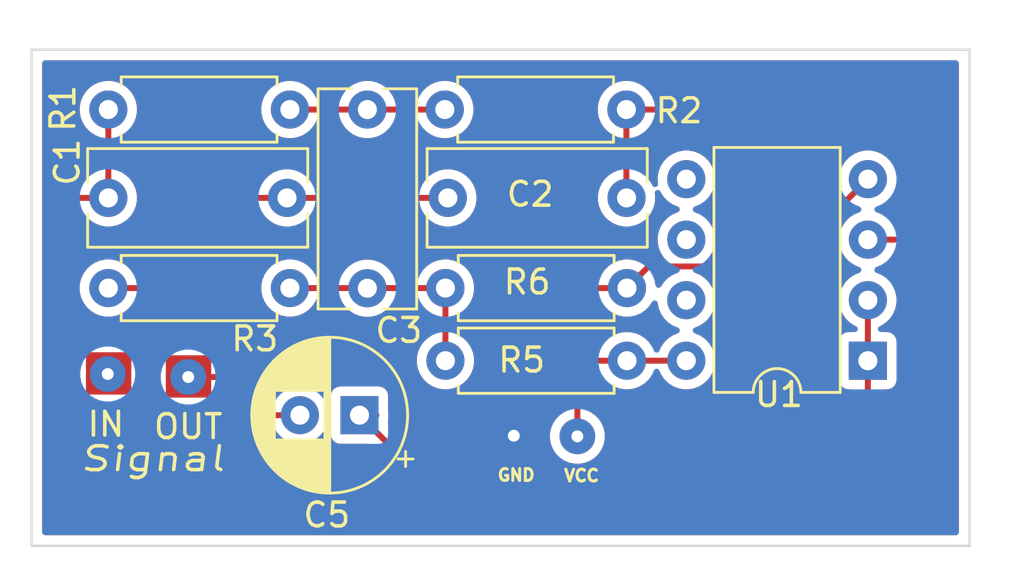
<source format=kicad_pcb>
(kicad_pcb (version 20171130) (host pcbnew 5.1.9)

  (general
    (thickness 1.6)
    (drawings 17)
    (tracks 44)
    (zones 0)
    (modules 10)
    (nets 10)
  )

  (page A4)
  (layers
    (0 F.Cu signal)
    (31 B.Cu signal)
    (32 B.Adhes user)
    (33 F.Adhes user)
    (34 B.Paste user)
    (35 F.Paste user)
    (36 B.SilkS user)
    (37 F.SilkS user)
    (38 B.Mask user)
    (39 F.Mask user)
    (40 Dwgs.User user)
    (41 Cmts.User user)
    (42 Eco1.User user)
    (43 Eco2.User user)
    (44 Edge.Cuts user)
    (45 Margin user)
    (46 B.CrtYd user)
    (47 F.CrtYd user)
    (48 B.Fab user)
    (49 F.Fab user)
  )

  (setup
    (last_trace_width 0.25)
    (trace_clearance 0.2)
    (zone_clearance 0.4)
    (zone_45_only no)
    (trace_min 0.2)
    (via_size 0.8)
    (via_drill 0.4)
    (via_min_size 0.4)
    (via_min_drill 0.3)
    (uvia_size 0.3)
    (uvia_drill 0.1)
    (uvias_allowed no)
    (uvia_min_size 0.2)
    (uvia_min_drill 0.1)
    (edge_width 0.05)
    (segment_width 0.2)
    (pcb_text_width 0.3)
    (pcb_text_size 1.5 1.5)
    (mod_edge_width 0.12)
    (mod_text_size 1 1)
    (mod_text_width 0.15)
    (pad_size 1.524 1.524)
    (pad_drill 0.762)
    (pad_to_mask_clearance 0)
    (aux_axis_origin 0 0)
    (visible_elements FFFFFF7F)
    (pcbplotparams
      (layerselection 0x010fc_ffffffff)
      (usegerberextensions false)
      (usegerberattributes true)
      (usegerberadvancedattributes true)
      (creategerberjobfile true)
      (excludeedgelayer true)
      (linewidth 0.100000)
      (plotframeref false)
      (viasonmask false)
      (mode 1)
      (useauxorigin false)
      (hpglpennumber 1)
      (hpglpenspeed 20)
      (hpglpendiameter 15.000000)
      (psnegative false)
      (psa4output false)
      (plotreference true)
      (plotvalue true)
      (plotinvisibletext false)
      (padsonsilk false)
      (subtractmaskfromsilk false)
      (outputformat 1)
      (mirror false)
      (drillshape 1)
      (scaleselection 1)
      (outputdirectory ""))
  )

  (net 0 "")
  (net 1 "Net-(C1-Pad2)")
  (net 2 Signal_IN)
  (net 3 "Net-(C2-Pad2)")
  (net 4 GNDREF)
  (net 5 "Net-(C3-Pad1)")
  (net 6 Signal_OUT)
  (net 7 "Net-(C5-Pad1)")
  (net 8 VCC)
  (net 9 GND)

  (net_class Default "This is the default net class."
    (clearance 0.2)
    (trace_width 0.25)
    (via_dia 0.8)
    (via_drill 0.4)
    (uvia_dia 0.3)
    (uvia_drill 0.1)
    (add_net GND)
    (add_net GNDREF)
    (add_net "Net-(C1-Pad2)")
    (add_net "Net-(C2-Pad2)")
    (add_net "Net-(C3-Pad1)")
    (add_net "Net-(C5-Pad1)")
    (add_net Signal_IN)
    (add_net Signal_OUT)
    (add_net VCC)
  )

  (module Capacitor_THT:C_Rect_L9.0mm_W3.9mm_P7.50mm_MKT (layer F.Cu) (tedit 5AE50EF0) (tstamp 6008A87F)
    (at 138.1252 99.695)
    (descr "C, Rect series, Radial, pin pitch=7.50mm, , length*width=9*3.9mm^2, Capacitor, https://en.tdk.eu/inf/20/20/db/fc_2009/MKT_B32560_564.pdf")
    (tags "C Rect series Radial pin pitch 7.50mm  length 9mm width 3.9mm Capacitor")
    (path /600739CD)
    (fp_text reference C2 (at 3.4544 -0.1524) (layer F.SilkS)
      (effects (font (size 1 1) (thickness 0.15)))
    )
    (fp_text value 0.1u (at 3.75 3.2) (layer F.Fab)
      (effects (font (size 1 1) (thickness 0.15)))
    )
    (fp_line (start 8.55 -2.2) (end -1.05 -2.2) (layer F.CrtYd) (width 0.05))
    (fp_line (start 8.55 2.2) (end 8.55 -2.2) (layer F.CrtYd) (width 0.05))
    (fp_line (start -1.05 2.2) (end 8.55 2.2) (layer F.CrtYd) (width 0.05))
    (fp_line (start -1.05 -2.2) (end -1.05 2.2) (layer F.CrtYd) (width 0.05))
    (fp_line (start 8.37 0.665) (end 8.37 2.07) (layer F.SilkS) (width 0.12))
    (fp_line (start 8.37 -2.07) (end 8.37 -0.665) (layer F.SilkS) (width 0.12))
    (fp_line (start -0.87 0.665) (end -0.87 2.07) (layer F.SilkS) (width 0.12))
    (fp_line (start -0.87 -2.07) (end -0.87 -0.665) (layer F.SilkS) (width 0.12))
    (fp_line (start -0.87 2.07) (end 8.37 2.07) (layer F.SilkS) (width 0.12))
    (fp_line (start -0.87 -2.07) (end 8.37 -2.07) (layer F.SilkS) (width 0.12))
    (fp_line (start 8.25 -1.95) (end -0.75 -1.95) (layer F.Fab) (width 0.1))
    (fp_line (start 8.25 1.95) (end 8.25 -1.95) (layer F.Fab) (width 0.1))
    (fp_line (start -0.75 1.95) (end 8.25 1.95) (layer F.Fab) (width 0.1))
    (fp_line (start -0.75 -1.95) (end -0.75 1.95) (layer F.Fab) (width 0.1))
    (fp_text user %R (at 3.75 0) (layer F.Fab)
      (effects (font (size 1 1) (thickness 0.15)))
    )
    (pad 2 thru_hole circle (at 7.5 0) (size 1.6 1.6) (drill 0.8) (layers *.Cu *.Mask)
      (net 3 "Net-(C2-Pad2)"))
    (pad 1 thru_hole circle (at 0 0) (size 1.6 1.6) (drill 0.8) (layers *.Cu *.Mask)
      (net 1 "Net-(C1-Pad2)"))
    (model ${KISYS3DMOD}/Capacitor_THT.3dshapes/C_Rect_L9.0mm_W3.9mm_P7.50mm_MKT.wrl
      (at (xyz 0 0 0))
      (scale (xyz 1 1 1))
      (rotate (xyz 0 0 0))
    )
  )

  (module Resistor_THT:R_Axial_DIN0207_L6.3mm_D2.5mm_P7.62mm_Horizontal (layer F.Cu) (tedit 5AE5139B) (tstamp 6008A902)
    (at 131.4958 103.4796 180)
    (descr "Resistor, Axial_DIN0207 series, Axial, Horizontal, pin pitch=7.62mm, 0.25W = 1/4W, length*diameter=6.3*2.5mm^2, http://cdn-reichelt.de/documents/datenblatt/B400/1_4W%23YAG.pdf")
    (tags "Resistor Axial_DIN0207 series Axial Horizontal pin pitch 7.62mm 0.25W = 1/4W length 6.3mm diameter 2.5mm")
    (path /60073F78)
    (fp_text reference R3 (at 1.4732 -2.1336 180) (layer F.SilkS)
      (effects (font (size 1 1) (thickness 0.15)))
    )
    (fp_text value 16.5k (at 3.81 2.37) (layer F.Fab)
      (effects (font (size 1 1) (thickness 0.15)))
    )
    (fp_line (start 8.67 -1.5) (end -1.05 -1.5) (layer F.CrtYd) (width 0.05))
    (fp_line (start 8.67 1.5) (end 8.67 -1.5) (layer F.CrtYd) (width 0.05))
    (fp_line (start -1.05 1.5) (end 8.67 1.5) (layer F.CrtYd) (width 0.05))
    (fp_line (start -1.05 -1.5) (end -1.05 1.5) (layer F.CrtYd) (width 0.05))
    (fp_line (start 7.08 1.37) (end 7.08 1.04) (layer F.SilkS) (width 0.12))
    (fp_line (start 0.54 1.37) (end 7.08 1.37) (layer F.SilkS) (width 0.12))
    (fp_line (start 0.54 1.04) (end 0.54 1.37) (layer F.SilkS) (width 0.12))
    (fp_line (start 7.08 -1.37) (end 7.08 -1.04) (layer F.SilkS) (width 0.12))
    (fp_line (start 0.54 -1.37) (end 7.08 -1.37) (layer F.SilkS) (width 0.12))
    (fp_line (start 0.54 -1.04) (end 0.54 -1.37) (layer F.SilkS) (width 0.12))
    (fp_line (start 7.62 0) (end 6.96 0) (layer F.Fab) (width 0.1))
    (fp_line (start 0 0) (end 0.66 0) (layer F.Fab) (width 0.1))
    (fp_line (start 6.96 -1.25) (end 0.66 -1.25) (layer F.Fab) (width 0.1))
    (fp_line (start 6.96 1.25) (end 6.96 -1.25) (layer F.Fab) (width 0.1))
    (fp_line (start 0.66 1.25) (end 6.96 1.25) (layer F.Fab) (width 0.1))
    (fp_line (start 0.66 -1.25) (end 0.66 1.25) (layer F.Fab) (width 0.1))
    (fp_text user %R (at 3.81 0) (layer F.Fab)
      (effects (font (size 1 1) (thickness 0.15)))
    )
    (pad 2 thru_hole oval (at 7.62 0 180) (size 1.6 1.6) (drill 0.8) (layers *.Cu *.Mask)
      (net 1 "Net-(C1-Pad2)"))
    (pad 1 thru_hole circle (at 0 0 180) (size 1.6 1.6) (drill 0.8) (layers *.Cu *.Mask)
      (net 4 GNDREF))
    (model ${KISYS3DMOD}/Resistor_THT.3dshapes/R_Axial_DIN0207_L6.3mm_D2.5mm_P7.62mm_Horizontal.wrl
      (at (xyz 0 0 0))
      (scale (xyz 1 1 1))
      (rotate (xyz 0 0 0))
    )
  )

  (module Package_DIP:DIP-8_W7.62mm (layer F.Cu) (tedit 5A02E8C5) (tstamp 6008880D)
    (at 155.7528 106.5276 180)
    (descr "8-lead though-hole mounted DIP package, row spacing 7.62 mm (300 mils)")
    (tags "THT DIP DIL PDIP 2.54mm 7.62mm 300mil")
    (path /6010D5DA)
    (fp_text reference U1 (at 3.7338 -1.4224) (layer F.SilkS)
      (effects (font (size 1 1) (thickness 0.15)))
    )
    (fp_text value TL072 (at 4.9022 -3.683) (layer F.Fab)
      (effects (font (size 1 1) (thickness 0.15)))
    )
    (fp_line (start 8.7 -1.55) (end -1.1 -1.55) (layer F.CrtYd) (width 0.05))
    (fp_line (start 8.7 9.15) (end 8.7 -1.55) (layer F.CrtYd) (width 0.05))
    (fp_line (start -1.1 9.15) (end 8.7 9.15) (layer F.CrtYd) (width 0.05))
    (fp_line (start -1.1 -1.55) (end -1.1 9.15) (layer F.CrtYd) (width 0.05))
    (fp_line (start 6.46 -1.33) (end 4.81 -1.33) (layer F.SilkS) (width 0.12))
    (fp_line (start 6.46 8.95) (end 6.46 -1.33) (layer F.SilkS) (width 0.12))
    (fp_line (start 1.16 8.95) (end 6.46 8.95) (layer F.SilkS) (width 0.12))
    (fp_line (start 1.16 -1.33) (end 1.16 8.95) (layer F.SilkS) (width 0.12))
    (fp_line (start 2.81 -1.33) (end 1.16 -1.33) (layer F.SilkS) (width 0.12))
    (fp_line (start 0.635 -0.27) (end 1.635 -1.27) (layer F.Fab) (width 0.1))
    (fp_line (start 0.635 8.89) (end 0.635 -0.27) (layer F.Fab) (width 0.1))
    (fp_line (start 6.985 8.89) (end 0.635 8.89) (layer F.Fab) (width 0.1))
    (fp_line (start 6.985 -1.27) (end 6.985 8.89) (layer F.Fab) (width 0.1))
    (fp_line (start 1.635 -1.27) (end 6.985 -1.27) (layer F.Fab) (width 0.1))
    (fp_text user %R (at 3.81 3.81) (layer F.Fab)
      (effects (font (size 1 1) (thickness 0.15)))
    )
    (fp_arc (start 3.81 -1.33) (end 2.81 -1.33) (angle -180) (layer F.SilkS) (width 0.12))
    (pad 8 thru_hole oval (at 7.62 0 180) (size 1.6 1.6) (drill 0.8) (layers *.Cu *.Mask)
      (net 8 VCC))
    (pad 4 thru_hole oval (at 0 7.62 180) (size 1.6 1.6) (drill 0.8) (layers *.Cu *.Mask)
      (net 9 GND))
    (pad 7 thru_hole oval (at 7.62 2.54 180) (size 1.6 1.6) (drill 0.8) (layers *.Cu *.Mask))
    (pad 3 thru_hole oval (at 0 5.08 180) (size 1.6 1.6) (drill 0.8) (layers *.Cu *.Mask)
      (net 3 "Net-(C2-Pad2)"))
    (pad 6 thru_hole oval (at 7.62 5.08 180) (size 1.6 1.6) (drill 0.8) (layers *.Cu *.Mask))
    (pad 2 thru_hole oval (at 0 2.54 180) (size 1.6 1.6) (drill 0.8) (layers *.Cu *.Mask)
      (net 7 "Net-(C5-Pad1)"))
    (pad 5 thru_hole oval (at 7.62 7.62 180) (size 1.6 1.6) (drill 0.8) (layers *.Cu *.Mask))
    (pad 1 thru_hole rect (at 0 0 180) (size 1.6 1.6) (drill 0.8) (layers *.Cu *.Mask)
      (net 7 "Net-(C5-Pad1)"))
    (model ${KISYS3DMOD}/Package_DIP.3dshapes/DIP-8_W7.62mm.wrl
      (at (xyz 0 0 0))
      (scale (xyz 1 1 1))
      (rotate (xyz 0 0 0))
    )
  )

  (module Resistor_THT:R_Axial_DIN0207_L6.3mm_D2.5mm_P7.62mm_Horizontal (layer F.Cu) (tedit 5AE5139B) (tstamp 600887F1)
    (at 138.0236 103.4796)
    (descr "Resistor, Axial_DIN0207 series, Axial, Horizontal, pin pitch=7.62mm, 0.25W = 1/4W, length*diameter=6.3*2.5mm^2, http://cdn-reichelt.de/documents/datenblatt/B400/1_4W%23YAG.pdf")
    (tags "Resistor Axial_DIN0207 series Axial Horizontal pin pitch 7.62mm 0.25W = 1/4W length 6.3mm diameter 2.5mm")
    (path /6012B9D3)
    (fp_text reference R6 (at 3.429 -0.254) (layer F.SilkS)
      (effects (font (size 1 1) (thickness 0.15)))
    )
    (fp_text value 100k (at 3.81 2.37) (layer F.Fab)
      (effects (font (size 1 1) (thickness 0.15)))
    )
    (fp_line (start 8.67 -1.5) (end -1.05 -1.5) (layer F.CrtYd) (width 0.05))
    (fp_line (start 8.67 1.5) (end 8.67 -1.5) (layer F.CrtYd) (width 0.05))
    (fp_line (start -1.05 1.5) (end 8.67 1.5) (layer F.CrtYd) (width 0.05))
    (fp_line (start -1.05 -1.5) (end -1.05 1.5) (layer F.CrtYd) (width 0.05))
    (fp_line (start 7.08 1.37) (end 7.08 1.04) (layer F.SilkS) (width 0.12))
    (fp_line (start 0.54 1.37) (end 7.08 1.37) (layer F.SilkS) (width 0.12))
    (fp_line (start 0.54 1.04) (end 0.54 1.37) (layer F.SilkS) (width 0.12))
    (fp_line (start 7.08 -1.37) (end 7.08 -1.04) (layer F.SilkS) (width 0.12))
    (fp_line (start 0.54 -1.37) (end 7.08 -1.37) (layer F.SilkS) (width 0.12))
    (fp_line (start 0.54 -1.04) (end 0.54 -1.37) (layer F.SilkS) (width 0.12))
    (fp_line (start 7.62 0) (end 6.96 0) (layer F.Fab) (width 0.1))
    (fp_line (start 0 0) (end 0.66 0) (layer F.Fab) (width 0.1))
    (fp_line (start 6.96 -1.25) (end 0.66 -1.25) (layer F.Fab) (width 0.1))
    (fp_line (start 6.96 1.25) (end 6.96 -1.25) (layer F.Fab) (width 0.1))
    (fp_line (start 0.66 1.25) (end 6.96 1.25) (layer F.Fab) (width 0.1))
    (fp_line (start 0.66 -1.25) (end 0.66 1.25) (layer F.Fab) (width 0.1))
    (fp_text user %R (at 3.81 0) (layer F.Fab)
      (effects (font (size 1 1) (thickness 0.15)))
    )
    (pad 2 thru_hole oval (at 7.62 0) (size 1.6 1.6) (drill 0.8) (layers *.Cu *.Mask)
      (net 9 GND))
    (pad 1 thru_hole circle (at 0 0) (size 1.6 1.6) (drill 0.8) (layers *.Cu *.Mask)
      (net 4 GNDREF))
    (model ${KISYS3DMOD}/Resistor_THT.3dshapes/R_Axial_DIN0207_L6.3mm_D2.5mm_P7.62mm_Horizontal.wrl
      (at (xyz 0 0 0))
      (scale (xyz 1 1 1))
      (rotate (xyz 0 0 0))
    )
  )

  (module Resistor_THT:R_Axial_DIN0207_L6.3mm_D2.5mm_P7.62mm_Horizontal (layer F.Cu) (tedit 5AE5139B) (tstamp 600887DA)
    (at 145.6436 106.5276 180)
    (descr "Resistor, Axial_DIN0207 series, Axial, Horizontal, pin pitch=7.62mm, 0.25W = 1/4W, length*diameter=6.3*2.5mm^2, http://cdn-reichelt.de/documents/datenblatt/B400/1_4W%23YAG.pdf")
    (tags "Resistor Axial_DIN0207 series Axial Horizontal pin pitch 7.62mm 0.25W = 1/4W length 6.3mm diameter 2.5mm")
    (path /6012CBFF)
    (fp_text reference R5 (at 4.4196 0.0254) (layer F.SilkS)
      (effects (font (size 1 1) (thickness 0.15)))
    )
    (fp_text value 100k (at 3.81 2.37) (layer F.Fab)
      (effects (font (size 1 1) (thickness 0.15)))
    )
    (fp_line (start 8.67 -1.5) (end -1.05 -1.5) (layer F.CrtYd) (width 0.05))
    (fp_line (start 8.67 1.5) (end 8.67 -1.5) (layer F.CrtYd) (width 0.05))
    (fp_line (start -1.05 1.5) (end 8.67 1.5) (layer F.CrtYd) (width 0.05))
    (fp_line (start -1.05 -1.5) (end -1.05 1.5) (layer F.CrtYd) (width 0.05))
    (fp_line (start 7.08 1.37) (end 7.08 1.04) (layer F.SilkS) (width 0.12))
    (fp_line (start 0.54 1.37) (end 7.08 1.37) (layer F.SilkS) (width 0.12))
    (fp_line (start 0.54 1.04) (end 0.54 1.37) (layer F.SilkS) (width 0.12))
    (fp_line (start 7.08 -1.37) (end 7.08 -1.04) (layer F.SilkS) (width 0.12))
    (fp_line (start 0.54 -1.37) (end 7.08 -1.37) (layer F.SilkS) (width 0.12))
    (fp_line (start 0.54 -1.04) (end 0.54 -1.37) (layer F.SilkS) (width 0.12))
    (fp_line (start 7.62 0) (end 6.96 0) (layer F.Fab) (width 0.1))
    (fp_line (start 0 0) (end 0.66 0) (layer F.Fab) (width 0.1))
    (fp_line (start 6.96 -1.25) (end 0.66 -1.25) (layer F.Fab) (width 0.1))
    (fp_line (start 6.96 1.25) (end 6.96 -1.25) (layer F.Fab) (width 0.1))
    (fp_line (start 0.66 1.25) (end 6.96 1.25) (layer F.Fab) (width 0.1))
    (fp_line (start 0.66 -1.25) (end 0.66 1.25) (layer F.Fab) (width 0.1))
    (fp_text user %R (at 3.81 0) (layer F.Fab)
      (effects (font (size 1 1) (thickness 0.15)))
    )
    (pad 2 thru_hole oval (at 7.62 0 180) (size 1.6 1.6) (drill 0.8) (layers *.Cu *.Mask)
      (net 4 GNDREF))
    (pad 1 thru_hole circle (at 0 0 180) (size 1.6 1.6) (drill 0.8) (layers *.Cu *.Mask)
      (net 8 VCC))
    (model ${KISYS3DMOD}/Resistor_THT.3dshapes/R_Axial_DIN0207_L6.3mm_D2.5mm_P7.62mm_Horizontal.wrl
      (at (xyz 0 0 0))
      (scale (xyz 1 1 1))
      (rotate (xyz 0 0 0))
    )
  )

  (module Resistor_THT:R_Axial_DIN0207_L6.3mm_D2.5mm_P7.62mm_Horizontal (layer F.Cu) (tedit 5AE5139B) (tstamp 6008A8C0)
    (at 137.9982 95.9866)
    (descr "Resistor, Axial_DIN0207 series, Axial, Horizontal, pin pitch=7.62mm, 0.25W = 1/4W, length*diameter=6.3*2.5mm^2, http://cdn-reichelt.de/documents/datenblatt/B400/1_4W%23YAG.pdf")
    (tags "Resistor Axial_DIN0207 series Axial Horizontal pin pitch 7.62mm 0.25W = 1/4W length 6.3mm diameter 2.5mm")
    (path /60075A6B)
    (fp_text reference R2 (at 9.8298 0.0508) (layer F.SilkS)
      (effects (font (size 1 1) (thickness 0.15)))
    )
    (fp_text value 33k (at 3.81 2.37) (layer F.Fab)
      (effects (font (size 1 1) (thickness 0.15)))
    )
    (fp_line (start 8.67 -1.5) (end -1.05 -1.5) (layer F.CrtYd) (width 0.05))
    (fp_line (start 8.67 1.5) (end 8.67 -1.5) (layer F.CrtYd) (width 0.05))
    (fp_line (start -1.05 1.5) (end 8.67 1.5) (layer F.CrtYd) (width 0.05))
    (fp_line (start -1.05 -1.5) (end -1.05 1.5) (layer F.CrtYd) (width 0.05))
    (fp_line (start 7.08 1.37) (end 7.08 1.04) (layer F.SilkS) (width 0.12))
    (fp_line (start 0.54 1.37) (end 7.08 1.37) (layer F.SilkS) (width 0.12))
    (fp_line (start 0.54 1.04) (end 0.54 1.37) (layer F.SilkS) (width 0.12))
    (fp_line (start 7.08 -1.37) (end 7.08 -1.04) (layer F.SilkS) (width 0.12))
    (fp_line (start 0.54 -1.37) (end 7.08 -1.37) (layer F.SilkS) (width 0.12))
    (fp_line (start 0.54 -1.04) (end 0.54 -1.37) (layer F.SilkS) (width 0.12))
    (fp_line (start 7.62 0) (end 6.96 0) (layer F.Fab) (width 0.1))
    (fp_line (start 0 0) (end 0.66 0) (layer F.Fab) (width 0.1))
    (fp_line (start 6.96 -1.25) (end 0.66 -1.25) (layer F.Fab) (width 0.1))
    (fp_line (start 6.96 1.25) (end 6.96 -1.25) (layer F.Fab) (width 0.1))
    (fp_line (start 0.66 1.25) (end 6.96 1.25) (layer F.Fab) (width 0.1))
    (fp_line (start 0.66 -1.25) (end 0.66 1.25) (layer F.Fab) (width 0.1))
    (fp_text user %R (at 3.3528 -0.1016) (layer F.Fab)
      (effects (font (size 1 1) (thickness 0.15)))
    )
    (pad 2 thru_hole oval (at 7.62 0) (size 1.6 1.6) (drill 0.8) (layers *.Cu *.Mask)
      (net 3 "Net-(C2-Pad2)"))
    (pad 1 thru_hole circle (at 0 0) (size 1.6 1.6) (drill 0.8) (layers *.Cu *.Mask)
      (net 5 "Net-(C3-Pad1)"))
    (model ${KISYS3DMOD}/Resistor_THT.3dshapes/R_Axial_DIN0207_L6.3mm_D2.5mm_P7.62mm_Horizontal.wrl
      (at (xyz 0 0 0))
      (scale (xyz 1 1 1))
      (rotate (xyz 0 0 0))
    )
  )

  (module Resistor_THT:R_Axial_DIN0207_L6.3mm_D2.5mm_P7.62mm_Horizontal (layer F.Cu) (tedit 5AE5139B) (tstamp 6008A7C4)
    (at 123.8758 95.9866)
    (descr "Resistor, Axial_DIN0207 series, Axial, Horizontal, pin pitch=7.62mm, 0.25W = 1/4W, length*diameter=6.3*2.5mm^2, http://cdn-reichelt.de/documents/datenblatt/B400/1_4W%23YAG.pdf")
    (tags "Resistor Axial_DIN0207 series Axial Horizontal pin pitch 7.62mm 0.25W = 1/4W length 6.3mm diameter 2.5mm")
    (path /60075859)
    (fp_text reference R1 (at -1.905 -0.0508 90) (layer F.SilkS)
      (effects (font (size 1 1) (thickness 0.15)))
    )
    (fp_text value 33k (at 3.81 2.37) (layer F.Fab)
      (effects (font (size 1 1) (thickness 0.15)))
    )
    (fp_line (start 8.67 -1.5) (end -1.05 -1.5) (layer F.CrtYd) (width 0.05))
    (fp_line (start 8.67 1.5) (end 8.67 -1.5) (layer F.CrtYd) (width 0.05))
    (fp_line (start -1.05 1.5) (end 8.67 1.5) (layer F.CrtYd) (width 0.05))
    (fp_line (start -1.05 -1.5) (end -1.05 1.5) (layer F.CrtYd) (width 0.05))
    (fp_line (start 7.08 1.37) (end 7.08 1.04) (layer F.SilkS) (width 0.12))
    (fp_line (start 0.54 1.37) (end 7.08 1.37) (layer F.SilkS) (width 0.12))
    (fp_line (start 0.54 1.04) (end 0.54 1.37) (layer F.SilkS) (width 0.12))
    (fp_line (start 7.08 -1.37) (end 7.08 -1.04) (layer F.SilkS) (width 0.12))
    (fp_line (start 0.54 -1.37) (end 7.08 -1.37) (layer F.SilkS) (width 0.12))
    (fp_line (start 0.54 -1.04) (end 0.54 -1.37) (layer F.SilkS) (width 0.12))
    (fp_line (start 7.62 0) (end 6.96 0) (layer F.Fab) (width 0.1))
    (fp_line (start 0 0) (end 0.66 0) (layer F.Fab) (width 0.1))
    (fp_line (start 6.96 -1.25) (end 0.66 -1.25) (layer F.Fab) (width 0.1))
    (fp_line (start 6.96 1.25) (end 6.96 -1.25) (layer F.Fab) (width 0.1))
    (fp_line (start 0.66 1.25) (end 6.96 1.25) (layer F.Fab) (width 0.1))
    (fp_line (start 0.66 -1.25) (end 0.66 1.25) (layer F.Fab) (width 0.1))
    (fp_text user %R (at 3.81 0) (layer F.Fab)
      (effects (font (size 1 1) (thickness 0.15)))
    )
    (pad 2 thru_hole oval (at 7.62 0) (size 1.6 1.6) (drill 0.8) (layers *.Cu *.Mask)
      (net 5 "Net-(C3-Pad1)"))
    (pad 1 thru_hole circle (at 0 0) (size 1.6 1.6) (drill 0.8) (layers *.Cu *.Mask)
      (net 2 Signal_IN))
    (model ${KISYS3DMOD}/Resistor_THT.3dshapes/R_Axial_DIN0207_L6.3mm_D2.5mm_P7.62mm_Horizontal.wrl
      (at (xyz 0 0 0))
      (scale (xyz 1 1 1))
      (rotate (xyz 0 0 0))
    )
  )

  (module Capacitor_THT:CP_Radial_D6.3mm_P2.50mm (layer F.Cu) (tedit 5AE50EF0) (tstamp 6008877E)
    (at 134.4168 108.8136 180)
    (descr "CP, Radial series, Radial, pin pitch=2.50mm, , diameter=6.3mm, Electrolytic Capacitor")
    (tags "CP Radial series Radial pin pitch 2.50mm  diameter 6.3mm Electrolytic Capacitor")
    (path /600FD41C)
    (fp_text reference C5 (at 1.3716 -4.191) (layer F.SilkS)
      (effects (font (size 1 1) (thickness 0.15)))
    )
    (fp_text value 220u (at 1.25 4.4) (layer F.Fab)
      (effects (font (size 1 1) (thickness 0.15)))
    )
    (fp_line (start -1.935241 -2.154) (end -1.935241 -1.524) (layer F.SilkS) (width 0.12))
    (fp_line (start -2.250241 -1.839) (end -1.620241 -1.839) (layer F.SilkS) (width 0.12))
    (fp_line (start 4.491 -0.402) (end 4.491 0.402) (layer F.SilkS) (width 0.12))
    (fp_line (start 4.451 -0.633) (end 4.451 0.633) (layer F.SilkS) (width 0.12))
    (fp_line (start 4.411 -0.802) (end 4.411 0.802) (layer F.SilkS) (width 0.12))
    (fp_line (start 4.371 -0.94) (end 4.371 0.94) (layer F.SilkS) (width 0.12))
    (fp_line (start 4.331 -1.059) (end 4.331 1.059) (layer F.SilkS) (width 0.12))
    (fp_line (start 4.291 -1.165) (end 4.291 1.165) (layer F.SilkS) (width 0.12))
    (fp_line (start 4.251 -1.262) (end 4.251 1.262) (layer F.SilkS) (width 0.12))
    (fp_line (start 4.211 -1.35) (end 4.211 1.35) (layer F.SilkS) (width 0.12))
    (fp_line (start 4.171 -1.432) (end 4.171 1.432) (layer F.SilkS) (width 0.12))
    (fp_line (start 4.131 -1.509) (end 4.131 1.509) (layer F.SilkS) (width 0.12))
    (fp_line (start 4.091 -1.581) (end 4.091 1.581) (layer F.SilkS) (width 0.12))
    (fp_line (start 4.051 -1.65) (end 4.051 1.65) (layer F.SilkS) (width 0.12))
    (fp_line (start 4.011 -1.714) (end 4.011 1.714) (layer F.SilkS) (width 0.12))
    (fp_line (start 3.971 -1.776) (end 3.971 1.776) (layer F.SilkS) (width 0.12))
    (fp_line (start 3.931 -1.834) (end 3.931 1.834) (layer F.SilkS) (width 0.12))
    (fp_line (start 3.891 -1.89) (end 3.891 1.89) (layer F.SilkS) (width 0.12))
    (fp_line (start 3.851 -1.944) (end 3.851 1.944) (layer F.SilkS) (width 0.12))
    (fp_line (start 3.811 -1.995) (end 3.811 1.995) (layer F.SilkS) (width 0.12))
    (fp_line (start 3.771 -2.044) (end 3.771 2.044) (layer F.SilkS) (width 0.12))
    (fp_line (start 3.731 -2.092) (end 3.731 2.092) (layer F.SilkS) (width 0.12))
    (fp_line (start 3.691 -2.137) (end 3.691 2.137) (layer F.SilkS) (width 0.12))
    (fp_line (start 3.651 -2.182) (end 3.651 2.182) (layer F.SilkS) (width 0.12))
    (fp_line (start 3.611 -2.224) (end 3.611 2.224) (layer F.SilkS) (width 0.12))
    (fp_line (start 3.571 -2.265) (end 3.571 2.265) (layer F.SilkS) (width 0.12))
    (fp_line (start 3.531 1.04) (end 3.531 2.305) (layer F.SilkS) (width 0.12))
    (fp_line (start 3.531 -2.305) (end 3.531 -1.04) (layer F.SilkS) (width 0.12))
    (fp_line (start 3.491 1.04) (end 3.491 2.343) (layer F.SilkS) (width 0.12))
    (fp_line (start 3.491 -2.343) (end 3.491 -1.04) (layer F.SilkS) (width 0.12))
    (fp_line (start 3.451 1.04) (end 3.451 2.38) (layer F.SilkS) (width 0.12))
    (fp_line (start 3.451 -2.38) (end 3.451 -1.04) (layer F.SilkS) (width 0.12))
    (fp_line (start 3.411 1.04) (end 3.411 2.416) (layer F.SilkS) (width 0.12))
    (fp_line (start 3.411 -2.416) (end 3.411 -1.04) (layer F.SilkS) (width 0.12))
    (fp_line (start 3.371 1.04) (end 3.371 2.45) (layer F.SilkS) (width 0.12))
    (fp_line (start 3.371 -2.45) (end 3.371 -1.04) (layer F.SilkS) (width 0.12))
    (fp_line (start 3.331 1.04) (end 3.331 2.484) (layer F.SilkS) (width 0.12))
    (fp_line (start 3.331 -2.484) (end 3.331 -1.04) (layer F.SilkS) (width 0.12))
    (fp_line (start 3.291 1.04) (end 3.291 2.516) (layer F.SilkS) (width 0.12))
    (fp_line (start 3.291 -2.516) (end 3.291 -1.04) (layer F.SilkS) (width 0.12))
    (fp_line (start 3.251 1.04) (end 3.251 2.548) (layer F.SilkS) (width 0.12))
    (fp_line (start 3.251 -2.548) (end 3.251 -1.04) (layer F.SilkS) (width 0.12))
    (fp_line (start 3.211 1.04) (end 3.211 2.578) (layer F.SilkS) (width 0.12))
    (fp_line (start 3.211 -2.578) (end 3.211 -1.04) (layer F.SilkS) (width 0.12))
    (fp_line (start 3.171 1.04) (end 3.171 2.607) (layer F.SilkS) (width 0.12))
    (fp_line (start 3.171 -2.607) (end 3.171 -1.04) (layer F.SilkS) (width 0.12))
    (fp_line (start 3.131 1.04) (end 3.131 2.636) (layer F.SilkS) (width 0.12))
    (fp_line (start 3.131 -2.636) (end 3.131 -1.04) (layer F.SilkS) (width 0.12))
    (fp_line (start 3.091 1.04) (end 3.091 2.664) (layer F.SilkS) (width 0.12))
    (fp_line (start 3.091 -2.664) (end 3.091 -1.04) (layer F.SilkS) (width 0.12))
    (fp_line (start 3.051 1.04) (end 3.051 2.69) (layer F.SilkS) (width 0.12))
    (fp_line (start 3.051 -2.69) (end 3.051 -1.04) (layer F.SilkS) (width 0.12))
    (fp_line (start 3.011 1.04) (end 3.011 2.716) (layer F.SilkS) (width 0.12))
    (fp_line (start 3.011 -2.716) (end 3.011 -1.04) (layer F.SilkS) (width 0.12))
    (fp_line (start 2.971 1.04) (end 2.971 2.742) (layer F.SilkS) (width 0.12))
    (fp_line (start 2.971 -2.742) (end 2.971 -1.04) (layer F.SilkS) (width 0.12))
    (fp_line (start 2.931 1.04) (end 2.931 2.766) (layer F.SilkS) (width 0.12))
    (fp_line (start 2.931 -2.766) (end 2.931 -1.04) (layer F.SilkS) (width 0.12))
    (fp_line (start 2.891 1.04) (end 2.891 2.79) (layer F.SilkS) (width 0.12))
    (fp_line (start 2.891 -2.79) (end 2.891 -1.04) (layer F.SilkS) (width 0.12))
    (fp_line (start 2.851 1.04) (end 2.851 2.812) (layer F.SilkS) (width 0.12))
    (fp_line (start 2.851 -2.812) (end 2.851 -1.04) (layer F.SilkS) (width 0.12))
    (fp_line (start 2.811 1.04) (end 2.811 2.834) (layer F.SilkS) (width 0.12))
    (fp_line (start 2.811 -2.834) (end 2.811 -1.04) (layer F.SilkS) (width 0.12))
    (fp_line (start 2.771 1.04) (end 2.771 2.856) (layer F.SilkS) (width 0.12))
    (fp_line (start 2.771 -2.856) (end 2.771 -1.04) (layer F.SilkS) (width 0.12))
    (fp_line (start 2.731 1.04) (end 2.731 2.876) (layer F.SilkS) (width 0.12))
    (fp_line (start 2.731 -2.876) (end 2.731 -1.04) (layer F.SilkS) (width 0.12))
    (fp_line (start 2.691 1.04) (end 2.691 2.896) (layer F.SilkS) (width 0.12))
    (fp_line (start 2.691 -2.896) (end 2.691 -1.04) (layer F.SilkS) (width 0.12))
    (fp_line (start 2.651 1.04) (end 2.651 2.916) (layer F.SilkS) (width 0.12))
    (fp_line (start 2.651 -2.916) (end 2.651 -1.04) (layer F.SilkS) (width 0.12))
    (fp_line (start 2.611 1.04) (end 2.611 2.934) (layer F.SilkS) (width 0.12))
    (fp_line (start 2.611 -2.934) (end 2.611 -1.04) (layer F.SilkS) (width 0.12))
    (fp_line (start 2.571 1.04) (end 2.571 2.952) (layer F.SilkS) (width 0.12))
    (fp_line (start 2.571 -2.952) (end 2.571 -1.04) (layer F.SilkS) (width 0.12))
    (fp_line (start 2.531 1.04) (end 2.531 2.97) (layer F.SilkS) (width 0.12))
    (fp_line (start 2.531 -2.97) (end 2.531 -1.04) (layer F.SilkS) (width 0.12))
    (fp_line (start 2.491 1.04) (end 2.491 2.986) (layer F.SilkS) (width 0.12))
    (fp_line (start 2.491 -2.986) (end 2.491 -1.04) (layer F.SilkS) (width 0.12))
    (fp_line (start 2.451 1.04) (end 2.451 3.002) (layer F.SilkS) (width 0.12))
    (fp_line (start 2.451 -3.002) (end 2.451 -1.04) (layer F.SilkS) (width 0.12))
    (fp_line (start 2.411 1.04) (end 2.411 3.018) (layer F.SilkS) (width 0.12))
    (fp_line (start 2.411 -3.018) (end 2.411 -1.04) (layer F.SilkS) (width 0.12))
    (fp_line (start 2.371 1.04) (end 2.371 3.033) (layer F.SilkS) (width 0.12))
    (fp_line (start 2.371 -3.033) (end 2.371 -1.04) (layer F.SilkS) (width 0.12))
    (fp_line (start 2.331 1.04) (end 2.331 3.047) (layer F.SilkS) (width 0.12))
    (fp_line (start 2.331 -3.047) (end 2.331 -1.04) (layer F.SilkS) (width 0.12))
    (fp_line (start 2.291 1.04) (end 2.291 3.061) (layer F.SilkS) (width 0.12))
    (fp_line (start 2.291 -3.061) (end 2.291 -1.04) (layer F.SilkS) (width 0.12))
    (fp_line (start 2.251 1.04) (end 2.251 3.074) (layer F.SilkS) (width 0.12))
    (fp_line (start 2.251 -3.074) (end 2.251 -1.04) (layer F.SilkS) (width 0.12))
    (fp_line (start 2.211 1.04) (end 2.211 3.086) (layer F.SilkS) (width 0.12))
    (fp_line (start 2.211 -3.086) (end 2.211 -1.04) (layer F.SilkS) (width 0.12))
    (fp_line (start 2.171 1.04) (end 2.171 3.098) (layer F.SilkS) (width 0.12))
    (fp_line (start 2.171 -3.098) (end 2.171 -1.04) (layer F.SilkS) (width 0.12))
    (fp_line (start 2.131 1.04) (end 2.131 3.11) (layer F.SilkS) (width 0.12))
    (fp_line (start 2.131 -3.11) (end 2.131 -1.04) (layer F.SilkS) (width 0.12))
    (fp_line (start 2.091 1.04) (end 2.091 3.121) (layer F.SilkS) (width 0.12))
    (fp_line (start 2.091 -3.121) (end 2.091 -1.04) (layer F.SilkS) (width 0.12))
    (fp_line (start 2.051 1.04) (end 2.051 3.131) (layer F.SilkS) (width 0.12))
    (fp_line (start 2.051 -3.131) (end 2.051 -1.04) (layer F.SilkS) (width 0.12))
    (fp_line (start 2.011 1.04) (end 2.011 3.141) (layer F.SilkS) (width 0.12))
    (fp_line (start 2.011 -3.141) (end 2.011 -1.04) (layer F.SilkS) (width 0.12))
    (fp_line (start 1.971 1.04) (end 1.971 3.15) (layer F.SilkS) (width 0.12))
    (fp_line (start 1.971 -3.15) (end 1.971 -1.04) (layer F.SilkS) (width 0.12))
    (fp_line (start 1.93 1.04) (end 1.93 3.159) (layer F.SilkS) (width 0.12))
    (fp_line (start 1.93 -3.159) (end 1.93 -1.04) (layer F.SilkS) (width 0.12))
    (fp_line (start 1.89 1.04) (end 1.89 3.167) (layer F.SilkS) (width 0.12))
    (fp_line (start 1.89 -3.167) (end 1.89 -1.04) (layer F.SilkS) (width 0.12))
    (fp_line (start 1.85 1.04) (end 1.85 3.175) (layer F.SilkS) (width 0.12))
    (fp_line (start 1.85 -3.175) (end 1.85 -1.04) (layer F.SilkS) (width 0.12))
    (fp_line (start 1.81 1.04) (end 1.81 3.182) (layer F.SilkS) (width 0.12))
    (fp_line (start 1.81 -3.182) (end 1.81 -1.04) (layer F.SilkS) (width 0.12))
    (fp_line (start 1.77 1.04) (end 1.77 3.189) (layer F.SilkS) (width 0.12))
    (fp_line (start 1.77 -3.189) (end 1.77 -1.04) (layer F.SilkS) (width 0.12))
    (fp_line (start 1.73 1.04) (end 1.73 3.195) (layer F.SilkS) (width 0.12))
    (fp_line (start 1.73 -3.195) (end 1.73 -1.04) (layer F.SilkS) (width 0.12))
    (fp_line (start 1.69 1.04) (end 1.69 3.201) (layer F.SilkS) (width 0.12))
    (fp_line (start 1.69 -3.201) (end 1.69 -1.04) (layer F.SilkS) (width 0.12))
    (fp_line (start 1.65 1.04) (end 1.65 3.206) (layer F.SilkS) (width 0.12))
    (fp_line (start 1.65 -3.206) (end 1.65 -1.04) (layer F.SilkS) (width 0.12))
    (fp_line (start 1.61 1.04) (end 1.61 3.211) (layer F.SilkS) (width 0.12))
    (fp_line (start 1.61 -3.211) (end 1.61 -1.04) (layer F.SilkS) (width 0.12))
    (fp_line (start 1.57 1.04) (end 1.57 3.215) (layer F.SilkS) (width 0.12))
    (fp_line (start 1.57 -3.215) (end 1.57 -1.04) (layer F.SilkS) (width 0.12))
    (fp_line (start 1.53 1.04) (end 1.53 3.218) (layer F.SilkS) (width 0.12))
    (fp_line (start 1.53 -3.218) (end 1.53 -1.04) (layer F.SilkS) (width 0.12))
    (fp_line (start 1.49 1.04) (end 1.49 3.222) (layer F.SilkS) (width 0.12))
    (fp_line (start 1.49 -3.222) (end 1.49 -1.04) (layer F.SilkS) (width 0.12))
    (fp_line (start 1.45 -3.224) (end 1.45 3.224) (layer F.SilkS) (width 0.12))
    (fp_line (start 1.41 -3.227) (end 1.41 3.227) (layer F.SilkS) (width 0.12))
    (fp_line (start 1.37 -3.228) (end 1.37 3.228) (layer F.SilkS) (width 0.12))
    (fp_line (start 1.33 -3.23) (end 1.33 3.23) (layer F.SilkS) (width 0.12))
    (fp_line (start 1.29 -3.23) (end 1.29 3.23) (layer F.SilkS) (width 0.12))
    (fp_line (start 1.25 -3.23) (end 1.25 3.23) (layer F.SilkS) (width 0.12))
    (fp_line (start -1.128972 -1.6885) (end -1.128972 -1.0585) (layer F.Fab) (width 0.1))
    (fp_line (start -1.443972 -1.3735) (end -0.813972 -1.3735) (layer F.Fab) (width 0.1))
    (fp_circle (center 1.25 0) (end 4.65 0) (layer F.CrtYd) (width 0.05))
    (fp_circle (center 1.25 0) (end 4.52 0) (layer F.SilkS) (width 0.12))
    (fp_circle (center 1.25 0) (end 4.4 0) (layer F.Fab) (width 0.1))
    (fp_text user %R (at 1.25 0) (layer F.Fab)
      (effects (font (size 1 1) (thickness 0.15)))
    )
    (pad 2 thru_hole circle (at 2.5 0 180) (size 1.6 1.6) (drill 0.8) (layers *.Cu *.Mask)
      (net 6 Signal_OUT))
    (pad 1 thru_hole rect (at 0 0 180) (size 1.6 1.6) (drill 0.8) (layers *.Cu *.Mask)
      (net 7 "Net-(C5-Pad1)"))
    (model ${KISYS3DMOD}/Capacitor_THT.3dshapes/CP_Radial_D6.3mm_P2.50mm.wrl
      (at (xyz 0 0 0))
      (scale (xyz 1 1 1))
      (rotate (xyz 0 0 0))
    )
  )

  (module Capacitor_THT:C_Rect_L9.0mm_W3.9mm_P7.50mm_MKT (layer F.Cu) (tedit 5AE50EF0) (tstamp 6008A804)
    (at 134.747 95.9866 270)
    (descr "C, Rect series, Radial, pin pitch=7.50mm, , length*width=9*3.9mm^2, Capacitor, https://en.tdk.eu/inf/20/20/db/fc_2009/MKT_B32560_564.pdf")
    (tags "C Rect series Radial pin pitch 7.50mm  length 9mm width 3.9mm Capacitor")
    (path /60073406)
    (fp_text reference C3 (at 9.271 -1.3208 180) (layer F.SilkS)
      (effects (font (size 1 1) (thickness 0.15)))
    )
    (fp_text value 0.2u (at 3.75 3.2 90) (layer F.Fab)
      (effects (font (size 1 1) (thickness 0.15)))
    )
    (fp_line (start 8.55 -2.2) (end -1.05 -2.2) (layer F.CrtYd) (width 0.05))
    (fp_line (start 8.55 2.2) (end 8.55 -2.2) (layer F.CrtYd) (width 0.05))
    (fp_line (start -1.05 2.2) (end 8.55 2.2) (layer F.CrtYd) (width 0.05))
    (fp_line (start -1.05 -2.2) (end -1.05 2.2) (layer F.CrtYd) (width 0.05))
    (fp_line (start 8.37 0.665) (end 8.37 2.07) (layer F.SilkS) (width 0.12))
    (fp_line (start 8.37 -2.07) (end 8.37 -0.665) (layer F.SilkS) (width 0.12))
    (fp_line (start -0.87 0.665) (end -0.87 2.07) (layer F.SilkS) (width 0.12))
    (fp_line (start -0.87 -2.07) (end -0.87 -0.665) (layer F.SilkS) (width 0.12))
    (fp_line (start -0.87 2.07) (end 8.37 2.07) (layer F.SilkS) (width 0.12))
    (fp_line (start -0.87 -2.07) (end 8.37 -2.07) (layer F.SilkS) (width 0.12))
    (fp_line (start 8.25 -1.95) (end -0.75 -1.95) (layer F.Fab) (width 0.1))
    (fp_line (start 8.25 1.95) (end 8.25 -1.95) (layer F.Fab) (width 0.1))
    (fp_line (start -0.75 1.95) (end 8.25 1.95) (layer F.Fab) (width 0.1))
    (fp_line (start -0.75 -1.95) (end -0.75 1.95) (layer F.Fab) (width 0.1))
    (fp_text user %R (at 9.2456 -1.1684 180) (layer F.Fab)
      (effects (font (size 1 1) (thickness 0.15)))
    )
    (pad 2 thru_hole circle (at 7.5 0 270) (size 1.6 1.6) (drill 0.8) (layers *.Cu *.Mask)
      (net 4 GNDREF))
    (pad 1 thru_hole circle (at 0 0 270) (size 1.6 1.6) (drill 0.8) (layers *.Cu *.Mask)
      (net 5 "Net-(C3-Pad1)"))
    (model ${KISYS3DMOD}/Capacitor_THT.3dshapes/C_Rect_L9.0mm_W3.9mm_P7.50mm_MKT.wrl
      (at (xyz 0 0 0))
      (scale (xyz 1 1 1))
      (rotate (xyz 0 0 0))
    )
  )

  (module Capacitor_THT:C_Rect_L9.0mm_W3.9mm_P7.50mm_MKT (layer F.Cu) (tedit 5AE50EF0) (tstamp 6008A843)
    (at 123.8758 99.695)
    (descr "C, Rect series, Radial, pin pitch=7.50mm, , length*width=9*3.9mm^2, Capacitor, https://en.tdk.eu/inf/20/20/db/fc_2009/MKT_B32560_564.pdf")
    (tags "C Rect series Radial pin pitch 7.50mm  length 9mm width 3.9mm Capacitor")
    (path /60073B8C)
    (fp_text reference C1 (at -1.7272 -1.4986 90) (layer F.SilkS)
      (effects (font (size 1 1) (thickness 0.15)))
    )
    (fp_text value 0.1u (at 3.75 3.2) (layer F.Fab)
      (effects (font (size 1 1) (thickness 0.15)))
    )
    (fp_line (start 8.55 -2.2) (end -1.05 -2.2) (layer F.CrtYd) (width 0.05))
    (fp_line (start 8.55 2.2) (end 8.55 -2.2) (layer F.CrtYd) (width 0.05))
    (fp_line (start -1.05 2.2) (end 8.55 2.2) (layer F.CrtYd) (width 0.05))
    (fp_line (start -1.05 -2.2) (end -1.05 2.2) (layer F.CrtYd) (width 0.05))
    (fp_line (start 8.37 0.665) (end 8.37 2.07) (layer F.SilkS) (width 0.12))
    (fp_line (start 8.37 -2.07) (end 8.37 -0.665) (layer F.SilkS) (width 0.12))
    (fp_line (start -0.87 0.665) (end -0.87 2.07) (layer F.SilkS) (width 0.12))
    (fp_line (start -0.87 -2.07) (end -0.87 -0.665) (layer F.SilkS) (width 0.12))
    (fp_line (start -0.87 2.07) (end 8.37 2.07) (layer F.SilkS) (width 0.12))
    (fp_line (start -0.87 -2.07) (end 8.37 -2.07) (layer F.SilkS) (width 0.12))
    (fp_line (start 8.25 -1.95) (end -0.75 -1.95) (layer F.Fab) (width 0.1))
    (fp_line (start 8.25 1.95) (end 8.25 -1.95) (layer F.Fab) (width 0.1))
    (fp_line (start -0.75 1.95) (end 8.25 1.95) (layer F.Fab) (width 0.1))
    (fp_line (start -0.75 -1.95) (end -0.75 1.95) (layer F.Fab) (width 0.1))
    (fp_text user %R (at 3.75 0) (layer F.Fab)
      (effects (font (size 1 1) (thickness 0.15)))
    )
    (pad 2 thru_hole circle (at 7.5 0) (size 1.6 1.6) (drill 0.8) (layers *.Cu *.Mask)
      (net 1 "Net-(C1-Pad2)"))
    (pad 1 thru_hole circle (at 0 0) (size 1.6 1.6) (drill 0.8) (layers *.Cu *.Mask)
      (net 2 Signal_IN))
    (model ${KISYS3DMOD}/Capacitor_THT.3dshapes/C_Rect_L9.0mm_W3.9mm_P7.50mm_MKT.wrl
      (at (xyz 0 0 0))
      (scale (xyz 1 1 1))
      (rotate (xyz 0 0 0))
    )
  )

  (gr_text GND (at 140.9954 111.3282) (layer F.SilkS)
    (effects (font (size 0.5 0.5) (thickness 0.125)))
  )
  (gr_text VCC (at 143.7386 111.3536) (layer F.SilkS)
    (effects (font (size 0.5 0.5) (thickness 0.125)))
  )
  (gr_circle (center 127.2286 107.2134) (end 127.2794 107.2134) (layer B.Mask) (width 1.3) (tstamp 60088C26))
  (gr_circle (center 123.8504 107.0864) (end 123.9012 107.0864) (layer B.Mask) (width 1.3) (tstamp 60088C25))
  (gr_circle (center 143.5608 109.7026) (end 143.6116 109.7026) (layer B.Mask) (width 1.3) (tstamp 60088C26))
  (gr_circle (center 140.8938 109.6772) (end 140.9446 109.6772) (layer F.Mask) (width 1.3) (tstamp 60088C25))
  (gr_circle (center 140.8938 109.6772) (end 140.9446 109.6772) (layer B.Mask) (width 1.3) (tstamp 60088B56))
  (gr_circle (center 143.5608 109.7026) (end 143.6116 109.7026) (layer F.Mask) (width 1.3))
  (gr_text Signal (at 125.7554 110.6424) (layer F.SilkS)
    (effects (font (size 1 1.3) (thickness 0.15) italic))
  )
  (gr_text OUT (at 127.2286 109.2962) (layer F.SilkS)
    (effects (font (size 1 1) (thickness 0.15)))
  )
  (gr_text IN (at 123.7742 109.1946) (layer F.SilkS)
    (effects (font (size 1 1) (thickness 0.15)))
  )
  (gr_poly (pts (xy 128.1176 108.0008) (xy 126.365 108.0008) (xy 126.365 106.3752) (xy 128.1176 106.3752)) (layer F.Mask) (width 0) (tstamp 6008B7E2))
  (gr_poly (pts (xy 124.7648 107.8738) (xy 123.0122 107.8738) (xy 123.0122 106.2482) (xy 124.7648 106.2482)) (layer F.Mask) (width 0))
  (gr_line (start 160.02 93.472) (end 160.02 114.3) (layer Edge.Cuts) (width 0.1))
  (gr_line (start 120.65 93.472) (end 160.02 93.472) (layer Edge.Cuts) (width 0.1))
  (gr_line (start 120.65 114.3) (end 120.65 93.472) (layer Edge.Cuts) (width 0.1))
  (gr_line (start 160.02 114.3) (end 120.65 114.3) (layer Edge.Cuts) (width 0.1))

  (segment (start 131.3758 99.695) (end 138.1252 99.695) (width 0.25) (layer F.Cu) (net 1) (tstamp 6008A7A6))
  (segment (start 123.8758 103.4796) (end 126.111 103.4796) (width 0.25) (layer F.Cu) (net 1))
  (segment (start 129.8956 99.695) (end 131.3758 99.695) (width 0.25) (layer F.Cu) (net 1))
  (segment (start 126.111 103.4796) (end 129.8956 99.695) (width 0.25) (layer F.Cu) (net 1))
  (via (at 123.8504 107.0864) (size 1.5) (drill 0.5) (layers F.Cu B.Cu) (net 2))
  (segment (start 123.8758 95.9866) (end 123.8758 99.695) (width 0.25) (layer F.Cu) (net 2))
  (segment (start 123.8504 107.0864) (end 122.0216 105.2576) (width 0.25) (layer F.Cu) (net 2))
  (segment (start 122.0216 105.2576) (end 122.0216 100.2284) (width 0.25) (layer F.Cu) (net 2))
  (segment (start 122.555 99.695) (end 123.8758 99.695) (width 0.25) (layer F.Cu) (net 2))
  (segment (start 122.0216 100.2284) (end 122.555 99.695) (width 0.25) (layer F.Cu) (net 2))
  (segment (start 145.6182 99.688) (end 145.6252 99.695) (width 0.25) (layer F.Cu) (net 3))
  (segment (start 145.6182 95.9866) (end 145.6182 99.688) (width 0.25) (layer F.Cu) (net 3))
  (segment (start 145.6182 95.9866) (end 156.8958 95.9866) (width 0.25) (layer F.Cu) (net 3))
  (segment (start 156.8958 95.9866) (end 157.5562 96.647) (width 0.25) (layer F.Cu) (net 3))
  (segment (start 157.5562 96.647) (end 157.5562 101.1428) (width 0.25) (layer F.Cu) (net 3))
  (segment (start 157.2514 101.4476) (end 155.7528 101.4476) (width 0.25) (layer F.Cu) (net 3))
  (segment (start 157.5562 101.1428) (end 157.2514 101.4476) (width 0.25) (layer F.Cu) (net 3))
  (segment (start 131.4958 103.4796) (end 138.0236 103.4796) (width 0.25) (layer F.Cu) (net 4))
  (segment (start 138.0236 103.4796) (end 138.0236 106.5276) (width 0.25) (layer F.Cu) (net 4))
  (segment (start 131.4958 95.9866) (end 137.9982 95.9866) (width 0.25) (layer F.Cu) (net 5) (tstamp 6008A92F))
  (via (at 127.2286 107.2134) (size 1.5) (drill 0.5) (layers F.Cu B.Cu) (net 6))
  (segment (start 131.9168 108.8136) (end 130.2258 108.8136) (width 0.25) (layer F.Cu) (net 6))
  (segment (start 128.6256 107.2134) (end 127.2286 107.2134) (width 0.25) (layer F.Cu) (net 6))
  (segment (start 130.2258 108.8136) (end 128.6256 107.2134) (width 0.25) (layer F.Cu) (net 6))
  (segment (start 155.7528 103.9876) (end 155.7528 106.5276) (width 0.25) (layer F.Cu) (net 7))
  (segment (start 135.128 108.8136) (end 134.4168 108.8136) (width 0.25) (layer F.Cu) (net 7))
  (segment (start 155.7528 106.5276) (end 155.7528 109.8804) (width 0.25) (layer F.Cu) (net 7))
  (segment (start 155.7528 109.8804) (end 153.3652 112.268) (width 0.25) (layer F.Cu) (net 7))
  (segment (start 137.8712 112.268) (end 134.4168 108.8136) (width 0.25) (layer F.Cu) (net 7))
  (segment (start 153.3652 112.268) (end 137.8712 112.268) (width 0.25) (layer F.Cu) (net 7))
  (via (at 143.5608 109.7026) (size 1.5) (drill 0.5) (layers F.Cu B.Cu) (net 8))
  (segment (start 145.6436 106.5276) (end 148.1328 106.5276) (width 0.25) (layer F.Cu) (net 8))
  (segment (start 144.272 106.5276) (end 145.6436 106.5276) (width 0.25) (layer F.Cu) (net 8))
  (segment (start 143.5608 107.2388) (end 144.272 106.5276) (width 0.25) (layer F.Cu) (net 8))
  (segment (start 143.5608 109.7026) (end 143.5608 107.2388) (width 0.25) (layer F.Cu) (net 8))
  (via (at 140.8938 109.6772) (size 1.5) (drill 0.5) (layers F.Cu B.Cu) (net 9))
  (segment (start 152.087799 102.572601) (end 155.7528 98.9076) (width 0.25) (layer F.Cu) (net 9))
  (segment (start 146.550599 102.572601) (end 152.087799 102.572601) (width 0.25) (layer F.Cu) (net 9))
  (segment (start 145.6436 103.4796) (end 146.550599 102.572601) (width 0.25) (layer F.Cu) (net 9))
  (segment (start 140.843 109.7026) (end 140.843 107.9246) (width 0.25) (layer F.Cu) (net 9))
  (segment (start 140.843 107.9246) (end 142.8496 105.918) (width 0.25) (layer F.Cu) (net 9))
  (segment (start 142.8496 105.918) (end 142.8496 104.1908) (width 0.25) (layer F.Cu) (net 9))
  (segment (start 143.5608 103.4796) (end 145.6436 103.4796) (width 0.25) (layer F.Cu) (net 9))
  (segment (start 142.8496 104.1908) (end 143.5608 103.4796) (width 0.25) (layer F.Cu) (net 9))

  (zone (net 9) (net_name GND) (layer F.Cu) (tstamp 0) (hatch edge 0.508)
    (connect_pads no (clearance 0.4))
    (min_thickness 0.254)
    (fill yes (arc_segments 32) (thermal_gap 0.3) (thermal_bridge_width 0.3))
    (polygon
      (pts
        (xy 162.306 115.57) (xy 119.38 115.57) (xy 119.38 91.44) (xy 162.306 91.44)
      )
    )
    (filled_polygon
      (pts
        (xy 159.443001 113.723) (xy 121.227 113.723) (xy 121.227 100.2284) (xy 121.366446 100.2284) (xy 121.369601 100.260432)
        (xy 121.3696 105.225578) (xy 121.366446 105.2576) (xy 121.3696 105.289621) (xy 121.379035 105.385413) (xy 121.416317 105.508316)
        (xy 121.476859 105.621583) (xy 121.558336 105.720864) (xy 121.583219 105.741285) (xy 122.409 106.567066) (xy 122.409 107.95)
        (xy 122.419126 108.052813) (xy 122.449115 108.151674) (xy 122.497816 108.242786) (xy 122.563355 108.322645) (xy 122.643214 108.388184)
        (xy 122.734326 108.436885) (xy 122.833187 108.466874) (xy 122.936 108.477) (xy 124.841 108.477) (xy 124.943813 108.466874)
        (xy 125.042674 108.436885) (xy 125.133786 108.388184) (xy 125.213645 108.322645) (xy 125.279184 108.242786) (xy 125.327885 108.151674)
        (xy 125.357874 108.052813) (xy 125.368 107.95) (xy 125.368 106.299) (xy 125.7618 106.299) (xy 125.7618 108.077)
        (xy 125.771926 108.179813) (xy 125.801915 108.278674) (xy 125.850616 108.369786) (xy 125.916155 108.449645) (xy 125.996014 108.515184)
        (xy 126.087126 108.563885) (xy 126.185987 108.593874) (xy 126.2888 108.604) (xy 128.1938 108.604) (xy 128.296613 108.593874)
        (xy 128.395474 108.563885) (xy 128.486586 108.515184) (xy 128.566445 108.449645) (xy 128.631984 108.369786) (xy 128.680685 108.278674)
        (xy 128.701195 108.211061) (xy 129.74212 109.251987) (xy 129.762536 109.276864) (xy 129.861816 109.358341) (xy 129.975083 109.418883)
        (xy 130.036535 109.437524) (xy 130.097985 109.456165) (xy 130.2258 109.468754) (xy 130.257822 109.4656) (xy 130.756483 109.4656)
        (xy 130.886052 109.659513) (xy 131.070887 109.844348) (xy 131.28823 109.989572) (xy 131.529728 110.089604) (xy 131.786102 110.1406)
        (xy 132.047498 110.1406) (xy 132.303872 110.089604) (xy 132.54537 109.989572) (xy 132.762713 109.844348) (xy 132.947548 109.659513)
        (xy 133.087251 109.450433) (xy 133.087251 109.6136) (xy 133.097426 109.71691) (xy 133.127561 109.81625) (xy 133.176496 109.907802)
        (xy 133.242352 109.988048) (xy 133.322598 110.053904) (xy 133.41415 110.102839) (xy 133.51349 110.132974) (xy 133.6168 110.143149)
        (xy 134.824283 110.143149) (xy 137.38752 112.706387) (xy 137.407936 112.731264) (xy 137.507216 112.812741) (xy 137.620483 112.873283)
        (xy 137.743385 112.910565) (xy 137.756027 112.91181) (xy 137.839178 112.92) (xy 137.839185 112.92) (xy 137.871199 112.923153)
        (xy 137.903214 112.92) (xy 153.333178 112.92) (xy 153.3652 112.923154) (xy 153.397222 112.92) (xy 153.493014 112.910565)
        (xy 153.615917 112.873283) (xy 153.729184 112.812741) (xy 153.828464 112.731264) (xy 153.848885 112.706381) (xy 156.191187 110.36408)
        (xy 156.216064 110.343664) (xy 156.297541 110.244384) (xy 156.358083 110.131117) (xy 156.370676 110.089604) (xy 156.395365 110.008215)
        (xy 156.407954 109.880401) (xy 156.4048 109.848379) (xy 156.4048 107.857149) (xy 156.5528 107.857149) (xy 156.65611 107.846974)
        (xy 156.75545 107.816839) (xy 156.847002 107.767904) (xy 156.927248 107.702048) (xy 156.993104 107.621802) (xy 157.042039 107.53025)
        (xy 157.072174 107.43091) (xy 157.082349 107.3276) (xy 157.082349 105.7276) (xy 157.072174 105.62429) (xy 157.042039 105.52495)
        (xy 156.993104 105.433398) (xy 156.927248 105.353152) (xy 156.847002 105.287296) (xy 156.75545 105.238361) (xy 156.65611 105.208226)
        (xy 156.5528 105.198051) (xy 156.4048 105.198051) (xy 156.4048 105.147917) (xy 156.598713 105.018348) (xy 156.783548 104.833513)
        (xy 156.928772 104.61617) (xy 157.028804 104.374672) (xy 157.0798 104.118298) (xy 157.0798 103.856902) (xy 157.028804 103.600528)
        (xy 156.928772 103.35903) (xy 156.783548 103.141687) (xy 156.598713 102.956852) (xy 156.38137 102.811628) (xy 156.154367 102.7176)
        (xy 156.38137 102.623572) (xy 156.598713 102.478348) (xy 156.783548 102.293513) (xy 156.913117 102.0996) (xy 157.219378 102.0996)
        (xy 157.2514 102.102754) (xy 157.283422 102.0996) (xy 157.379214 102.090165) (xy 157.502117 102.052883) (xy 157.615384 101.992341)
        (xy 157.714664 101.910864) (xy 157.735085 101.885981) (xy 157.994581 101.626485) (xy 158.019464 101.606064) (xy 158.100941 101.506784)
        (xy 158.161483 101.393517) (xy 158.198765 101.270614) (xy 158.2082 101.174822) (xy 158.211354 101.142801) (xy 158.2082 101.110779)
        (xy 158.2082 96.679022) (xy 158.211354 96.647) (xy 158.198765 96.519185) (xy 158.161483 96.396283) (xy 158.100941 96.283016)
        (xy 158.019464 96.183736) (xy 157.994588 96.163321) (xy 157.379484 95.548218) (xy 157.359064 95.523336) (xy 157.259784 95.441859)
        (xy 157.146517 95.381317) (xy 157.023614 95.344035) (xy 156.927822 95.3346) (xy 156.8958 95.331446) (xy 156.863778 95.3346)
        (xy 146.778517 95.3346) (xy 146.648948 95.140687) (xy 146.464113 94.955852) (xy 146.24677 94.810628) (xy 146.005272 94.710596)
        (xy 145.748898 94.6596) (xy 145.487502 94.6596) (xy 145.231128 94.710596) (xy 144.98963 94.810628) (xy 144.772287 94.955852)
        (xy 144.587452 95.140687) (xy 144.442228 95.35803) (xy 144.342196 95.599528) (xy 144.2912 95.855902) (xy 144.2912 96.117298)
        (xy 144.342196 96.373672) (xy 144.442228 96.61517) (xy 144.587452 96.832513) (xy 144.772287 97.017348) (xy 144.9662 97.146917)
        (xy 144.966201 98.53936) (xy 144.779287 98.664252) (xy 144.594452 98.849087) (xy 144.449228 99.06643) (xy 144.349196 99.307928)
        (xy 144.2982 99.564302) (xy 144.2982 99.825698) (xy 144.349196 100.082072) (xy 144.449228 100.32357) (xy 144.594452 100.540913)
        (xy 144.779287 100.725748) (xy 144.99663 100.870972) (xy 145.238128 100.971004) (xy 145.494502 101.022) (xy 145.755898 101.022)
        (xy 146.012272 100.971004) (xy 146.25377 100.870972) (xy 146.471113 100.725748) (xy 146.655948 100.540913) (xy 146.801172 100.32357)
        (xy 146.901204 100.082072) (xy 146.9522 99.825698) (xy 146.9522 99.564302) (xy 146.937159 99.488684) (xy 146.956828 99.53617)
        (xy 147.102052 99.753513) (xy 147.286887 99.938348) (xy 147.50423 100.083572) (xy 147.731233 100.1776) (xy 147.50423 100.271628)
        (xy 147.286887 100.416852) (xy 147.102052 100.601687) (xy 146.956828 100.81903) (xy 146.856796 101.060528) (xy 146.8058 101.316902)
        (xy 146.8058 101.578298) (xy 146.856796 101.834672) (xy 146.956828 102.07617) (xy 147.102052 102.293513) (xy 147.286887 102.478348)
        (xy 147.50423 102.623572) (xy 147.731233 102.7176) (xy 147.50423 102.811628) (xy 147.286887 102.956852) (xy 147.102052 103.141687)
        (xy 146.968993 103.340824) (xy 146.919604 103.092528) (xy 146.819572 102.85103) (xy 146.674348 102.633687) (xy 146.489513 102.448852)
        (xy 146.27217 102.303628) (xy 146.030672 102.203596) (xy 145.774298 102.1526) (xy 145.512902 102.1526) (xy 145.256528 102.203596)
        (xy 145.01503 102.303628) (xy 144.797687 102.448852) (xy 144.612852 102.633687) (xy 144.467628 102.85103) (xy 144.367596 103.092528)
        (xy 144.3166 103.348902) (xy 144.3166 103.610298) (xy 144.367596 103.866672) (xy 144.467628 104.10817) (xy 144.612852 104.325513)
        (xy 144.797687 104.510348) (xy 145.01503 104.655572) (xy 145.256528 104.755604) (xy 145.512902 104.8066) (xy 145.774298 104.8066)
        (xy 146.030672 104.755604) (xy 146.27217 104.655572) (xy 146.489513 104.510348) (xy 146.674348 104.325513) (xy 146.807407 104.126376)
        (xy 146.856796 104.374672) (xy 146.956828 104.61617) (xy 147.102052 104.833513) (xy 147.286887 105.018348) (xy 147.50423 105.163572)
        (xy 147.731233 105.2576) (xy 147.50423 105.351628) (xy 147.286887 105.496852) (xy 147.102052 105.681687) (xy 146.972483 105.8756)
        (xy 146.803917 105.8756) (xy 146.674348 105.681687) (xy 146.489513 105.496852) (xy 146.27217 105.351628) (xy 146.030672 105.251596)
        (xy 145.774298 105.2006) (xy 145.512902 105.2006) (xy 145.256528 105.251596) (xy 145.01503 105.351628) (xy 144.797687 105.496852)
        (xy 144.612852 105.681687) (xy 144.483283 105.8756) (xy 144.304022 105.8756) (xy 144.272 105.872446) (xy 144.144185 105.885035)
        (xy 144.09805 105.89903) (xy 144.021283 105.922317) (xy 143.908016 105.982859) (xy 143.808736 106.064336) (xy 143.78832 106.089213)
        (xy 143.122414 106.75512) (xy 143.097537 106.775536) (xy 143.01606 106.874816) (xy 142.994757 106.914672) (xy 142.955517 106.988084)
        (xy 142.918235 107.110986) (xy 142.905646 107.2388) (xy 142.908801 107.270832) (xy 142.9088 108.602417) (xy 142.74676 108.710689)
        (xy 142.568889 108.88856) (xy 142.429137 109.097714) (xy 142.332874 109.330113) (xy 142.2838 109.576826) (xy 142.2838 109.828374)
        (xy 142.332874 110.075087) (xy 142.429137 110.307486) (xy 142.568889 110.51664) (xy 142.74676 110.694511) (xy 142.955914 110.834263)
        (xy 143.188313 110.930526) (xy 143.435026 110.9796) (xy 143.686574 110.9796) (xy 143.933287 110.930526) (xy 144.165686 110.834263)
        (xy 144.37484 110.694511) (xy 144.552711 110.51664) (xy 144.692463 110.307486) (xy 144.788726 110.075087) (xy 144.8378 109.828374)
        (xy 144.8378 109.576826) (xy 144.788726 109.330113) (xy 144.692463 109.097714) (xy 144.552711 108.88856) (xy 144.37484 108.710689)
        (xy 144.2128 108.602418) (xy 144.2128 107.508866) (xy 144.506829 107.214838) (xy 144.612852 107.373513) (xy 144.797687 107.558348)
        (xy 145.01503 107.703572) (xy 145.256528 107.803604) (xy 145.512902 107.8546) (xy 145.774298 107.8546) (xy 146.030672 107.803604)
        (xy 146.27217 107.703572) (xy 146.489513 107.558348) (xy 146.674348 107.373513) (xy 146.803917 107.1796) (xy 146.972483 107.1796)
        (xy 147.102052 107.373513) (xy 147.286887 107.558348) (xy 147.50423 107.703572) (xy 147.745728 107.803604) (xy 148.002102 107.8546)
        (xy 148.263498 107.8546) (xy 148.519872 107.803604) (xy 148.76137 107.703572) (xy 148.978713 107.558348) (xy 149.163548 107.373513)
        (xy 149.308772 107.15617) (xy 149.408804 106.914672) (xy 149.4598 106.658298) (xy 149.4598 106.396902) (xy 149.408804 106.140528)
        (xy 149.308772 105.89903) (xy 149.163548 105.681687) (xy 148.978713 105.496852) (xy 148.76137 105.351628) (xy 148.534367 105.2576)
        (xy 148.76137 105.163572) (xy 148.978713 105.018348) (xy 149.163548 104.833513) (xy 149.308772 104.61617) (xy 149.408804 104.374672)
        (xy 149.4598 104.118298) (xy 149.4598 103.856902) (xy 149.408804 103.600528) (xy 149.308772 103.35903) (xy 149.163548 103.141687)
        (xy 148.978713 102.956852) (xy 148.76137 102.811628) (xy 148.534367 102.7176) (xy 148.76137 102.623572) (xy 148.978713 102.478348)
        (xy 149.163548 102.293513) (xy 149.308772 102.07617) (xy 149.408804 101.834672) (xy 149.4598 101.578298) (xy 149.4598 101.316902)
        (xy 149.408804 101.060528) (xy 149.308772 100.81903) (xy 149.163548 100.601687) (xy 148.978713 100.416852) (xy 148.76137 100.271628)
        (xy 148.534367 100.1776) (xy 148.76137 100.083572) (xy 148.978713 99.938348) (xy 149.163548 99.753513) (xy 149.308772 99.53617)
        (xy 149.408804 99.294672) (xy 149.4598 99.038298) (xy 149.4598 98.776902) (xy 149.408804 98.520528) (xy 149.308772 98.27903)
        (xy 149.163548 98.061687) (xy 148.978713 97.876852) (xy 148.76137 97.731628) (xy 148.519872 97.631596) (xy 148.263498 97.5806)
        (xy 148.002102 97.5806) (xy 147.745728 97.631596) (xy 147.50423 97.731628) (xy 147.286887 97.876852) (xy 147.102052 98.061687)
        (xy 146.956828 98.27903) (xy 146.856796 98.520528) (xy 146.8058 98.776902) (xy 146.8058 99.038298) (xy 146.820841 99.113916)
        (xy 146.801172 99.06643) (xy 146.655948 98.849087) (xy 146.471113 98.664252) (xy 146.2702 98.530006) (xy 146.2702 97.146917)
        (xy 146.464113 97.017348) (xy 146.648948 96.832513) (xy 146.778517 96.6386) (xy 156.625734 96.6386) (xy 156.9042 96.917067)
        (xy 156.9042 98.242256) (xy 156.783548 98.061687) (xy 156.598713 97.876852) (xy 156.38137 97.731628) (xy 156.139872 97.631596)
        (xy 155.883498 97.5806) (xy 155.622102 97.5806) (xy 155.365728 97.631596) (xy 155.12423 97.731628) (xy 154.906887 97.876852)
        (xy 154.722052 98.061687) (xy 154.576828 98.27903) (xy 154.476796 98.520528) (xy 154.4258 98.776902) (xy 154.4258 99.038298)
        (xy 154.476796 99.294672) (xy 154.576828 99.53617) (xy 154.722052 99.753513) (xy 154.906887 99.938348) (xy 155.12423 100.083572)
        (xy 155.351233 100.1776) (xy 155.12423 100.271628) (xy 154.906887 100.416852) (xy 154.722052 100.601687) (xy 154.576828 100.81903)
        (xy 154.476796 101.060528) (xy 154.4258 101.316902) (xy 154.4258 101.578298) (xy 154.476796 101.834672) (xy 154.576828 102.07617)
        (xy 154.722052 102.293513) (xy 154.906887 102.478348) (xy 155.12423 102.623572) (xy 155.351233 102.7176) (xy 155.12423 102.811628)
        (xy 154.906887 102.956852) (xy 154.722052 103.141687) (xy 154.576828 103.35903) (xy 154.476796 103.600528) (xy 154.4258 103.856902)
        (xy 154.4258 104.118298) (xy 154.476796 104.374672) (xy 154.576828 104.61617) (xy 154.722052 104.833513) (xy 154.906887 105.018348)
        (xy 155.1008 105.147917) (xy 155.1008 105.198051) (xy 154.9528 105.198051) (xy 154.84949 105.208226) (xy 154.75015 105.238361)
        (xy 154.658598 105.287296) (xy 154.578352 105.353152) (xy 154.512496 105.433398) (xy 154.463561 105.52495) (xy 154.433426 105.62429)
        (xy 154.423251 105.7276) (xy 154.423251 107.3276) (xy 154.433426 107.43091) (xy 154.463561 107.53025) (xy 154.512496 107.621802)
        (xy 154.578352 107.702048) (xy 154.658598 107.767904) (xy 154.75015 107.816839) (xy 154.84949 107.846974) (xy 154.9528 107.857149)
        (xy 155.1008 107.857149) (xy 155.100801 109.610332) (xy 153.095134 111.616) (xy 138.141267 111.616) (xy 135.746349 109.221083)
        (xy 135.746349 109.021244) (xy 135.770565 108.941414) (xy 135.783154 108.8136) (xy 135.770565 108.685786) (xy 135.746349 108.605956)
        (xy 135.746349 108.0136) (xy 135.736174 107.91029) (xy 135.706039 107.81095) (xy 135.657104 107.719398) (xy 135.591248 107.639152)
        (xy 135.511002 107.573296) (xy 135.41945 107.524361) (xy 135.32011 107.494226) (xy 135.2168 107.484051) (xy 133.6168 107.484051)
        (xy 133.51349 107.494226) (xy 133.41415 107.524361) (xy 133.322598 107.573296) (xy 133.242352 107.639152) (xy 133.176496 107.719398)
        (xy 133.127561 107.81095) (xy 133.097426 107.91029) (xy 133.087251 108.0136) (xy 133.087251 108.176767) (xy 132.947548 107.967687)
        (xy 132.762713 107.782852) (xy 132.54537 107.637628) (xy 132.303872 107.537596) (xy 132.047498 107.4866) (xy 131.786102 107.4866)
        (xy 131.529728 107.537596) (xy 131.28823 107.637628) (xy 131.070887 107.782852) (xy 130.886052 107.967687) (xy 130.756483 108.1616)
        (xy 130.495867 108.1616) (xy 129.109285 106.775019) (xy 129.088864 106.750136) (xy 128.989584 106.668659) (xy 128.876317 106.608117)
        (xy 128.753414 106.570835) (xy 128.7208 106.567623) (xy 128.7208 106.299) (xy 128.710674 106.196187) (xy 128.680685 106.097326)
        (xy 128.631984 106.006214) (xy 128.566445 105.926355) (xy 128.486586 105.860816) (xy 128.395474 105.812115) (xy 128.296613 105.782126)
        (xy 128.1938 105.772) (xy 126.2888 105.772) (xy 126.185987 105.782126) (xy 126.087126 105.812115) (xy 125.996014 105.860816)
        (xy 125.916155 105.926355) (xy 125.850616 106.006214) (xy 125.801915 106.097326) (xy 125.771926 106.196187) (xy 125.7618 106.299)
        (xy 125.368 106.299) (xy 125.368 106.172) (xy 125.357874 106.069187) (xy 125.327885 105.970326) (xy 125.279184 105.879214)
        (xy 125.213645 105.799355) (xy 125.133786 105.733816) (xy 125.042674 105.685115) (xy 124.943813 105.655126) (xy 124.841 105.645)
        (xy 123.331066 105.645) (xy 122.6736 104.987534) (xy 122.6736 104.04485) (xy 122.699828 104.10817) (xy 122.845052 104.325513)
        (xy 123.029887 104.510348) (xy 123.24723 104.655572) (xy 123.488728 104.755604) (xy 123.745102 104.8066) (xy 124.006498 104.8066)
        (xy 124.262872 104.755604) (xy 124.50437 104.655572) (xy 124.721713 104.510348) (xy 124.906548 104.325513) (xy 125.036117 104.1316)
        (xy 126.078978 104.1316) (xy 126.111 104.134754) (xy 126.143022 104.1316) (xy 126.238814 104.122165) (xy 126.361717 104.084883)
        (xy 126.474984 104.024341) (xy 126.574264 103.942864) (xy 126.594685 103.917981) (xy 127.163764 103.348902) (xy 130.1688 103.348902)
        (xy 130.1688 103.610298) (xy 130.219796 103.866672) (xy 130.319828 104.10817) (xy 130.465052 104.325513) (xy 130.649887 104.510348)
        (xy 130.86723 104.655572) (xy 131.108728 104.755604) (xy 131.365102 104.8066) (xy 131.626498 104.8066) (xy 131.882872 104.755604)
        (xy 132.12437 104.655572) (xy 132.341713 104.510348) (xy 132.526548 104.325513) (xy 132.656117 104.1316) (xy 133.582006 104.1316)
        (xy 133.716252 104.332513) (xy 133.901087 104.517348) (xy 134.11843 104.662572) (xy 134.359928 104.762604) (xy 134.616302 104.8136)
        (xy 134.877698 104.8136) (xy 135.134072 104.762604) (xy 135.37557 104.662572) (xy 135.592913 104.517348) (xy 135.777748 104.332513)
        (xy 135.911994 104.1316) (xy 136.863283 104.1316) (xy 136.992852 104.325513) (xy 137.177687 104.510348) (xy 137.3716 104.639917)
        (xy 137.371601 105.367283) (xy 137.177687 105.496852) (xy 136.992852 105.681687) (xy 136.847628 105.89903) (xy 136.747596 106.140528)
        (xy 136.6966 106.396902) (xy 136.6966 106.658298) (xy 136.747596 106.914672) (xy 136.847628 107.15617) (xy 136.992852 107.373513)
        (xy 137.177687 107.558348) (xy 137.39503 107.703572) (xy 137.636528 107.803604) (xy 137.892902 107.8546) (xy 138.154298 107.8546)
        (xy 138.410672 107.803604) (xy 138.65217 107.703572) (xy 138.869513 107.558348) (xy 139.054348 107.373513) (xy 139.199572 107.15617)
        (xy 139.299604 106.914672) (xy 139.3506 106.658298) (xy 139.3506 106.396902) (xy 139.299604 106.140528) (xy 139.199572 105.89903)
        (xy 139.054348 105.681687) (xy 138.869513 105.496852) (xy 138.6756 105.367283) (xy 138.6756 104.639917) (xy 138.869513 104.510348)
        (xy 139.054348 104.325513) (xy 139.199572 104.10817) (xy 139.299604 103.866672) (xy 139.3506 103.610298) (xy 139.3506 103.348902)
        (xy 139.299604 103.092528) (xy 139.199572 102.85103) (xy 139.054348 102.633687) (xy 138.869513 102.448852) (xy 138.65217 102.303628)
        (xy 138.410672 102.203596) (xy 138.154298 102.1526) (xy 137.892902 102.1526) (xy 137.636528 102.203596) (xy 137.39503 102.303628)
        (xy 137.177687 102.448852) (xy 136.992852 102.633687) (xy 136.863283 102.8276) (xy 135.902639 102.8276) (xy 135.777748 102.640687)
        (xy 135.592913 102.455852) (xy 135.37557 102.310628) (xy 135.134072 102.210596) (xy 134.877698 102.1596) (xy 134.616302 102.1596)
        (xy 134.359928 102.210596) (xy 134.11843 102.310628) (xy 133.901087 102.455852) (xy 133.716252 102.640687) (xy 133.591361 102.8276)
        (xy 132.656117 102.8276) (xy 132.526548 102.633687) (xy 132.341713 102.448852) (xy 132.12437 102.303628) (xy 131.882872 102.203596)
        (xy 131.626498 102.1526) (xy 131.365102 102.1526) (xy 131.108728 102.203596) (xy 130.86723 102.303628) (xy 130.649887 102.448852)
        (xy 130.465052 102.633687) (xy 130.319828 102.85103) (xy 130.219796 103.092528) (xy 130.1688 103.348902) (xy 127.163764 103.348902)
        (xy 130.165667 100.347) (xy 130.215483 100.347) (xy 130.345052 100.540913) (xy 130.529887 100.725748) (xy 130.74723 100.870972)
        (xy 130.988728 100.971004) (xy 131.245102 101.022) (xy 131.506498 101.022) (xy 131.762872 100.971004) (xy 132.00437 100.870972)
        (xy 132.221713 100.725748) (xy 132.406548 100.540913) (xy 132.536117 100.347) (xy 136.964883 100.347) (xy 137.094452 100.540913)
        (xy 137.279287 100.725748) (xy 137.49663 100.870972) (xy 137.738128 100.971004) (xy 137.994502 101.022) (xy 138.255898 101.022)
        (xy 138.512272 100.971004) (xy 138.75377 100.870972) (xy 138.971113 100.725748) (xy 139.155948 100.540913) (xy 139.301172 100.32357)
        (xy 139.401204 100.082072) (xy 139.4522 99.825698) (xy 139.4522 99.564302) (xy 139.401204 99.307928) (xy 139.301172 99.06643)
        (xy 139.155948 98.849087) (xy 138.971113 98.664252) (xy 138.75377 98.519028) (xy 138.512272 98.418996) (xy 138.255898 98.368)
        (xy 137.994502 98.368) (xy 137.738128 98.418996) (xy 137.49663 98.519028) (xy 137.279287 98.664252) (xy 137.094452 98.849087)
        (xy 136.964883 99.043) (xy 132.536117 99.043) (xy 132.406548 98.849087) (xy 132.221713 98.664252) (xy 132.00437 98.519028)
        (xy 131.762872 98.418996) (xy 131.506498 98.368) (xy 131.245102 98.368) (xy 130.988728 98.418996) (xy 130.74723 98.519028)
        (xy 130.529887 98.664252) (xy 130.345052 98.849087) (xy 130.215483 99.043) (xy 129.927622 99.043) (xy 129.8956 99.039846)
        (xy 129.767785 99.052435) (xy 129.72165 99.06643) (xy 129.644883 99.089717) (xy 129.531616 99.150259) (xy 129.432336 99.231736)
        (xy 129.41192 99.256613) (xy 125.840934 102.8276) (xy 125.036117 102.8276) (xy 124.906548 102.633687) (xy 124.721713 102.448852)
        (xy 124.50437 102.303628) (xy 124.262872 102.203596) (xy 124.006498 102.1526) (xy 123.745102 102.1526) (xy 123.488728 102.203596)
        (xy 123.24723 102.303628) (xy 123.029887 102.448852) (xy 122.845052 102.633687) (xy 122.699828 102.85103) (xy 122.6736 102.91435)
        (xy 122.6736 100.498466) (xy 122.759376 100.41269) (xy 122.845052 100.540913) (xy 123.029887 100.725748) (xy 123.24723 100.870972)
        (xy 123.488728 100.971004) (xy 123.745102 101.022) (xy 124.006498 101.022) (xy 124.262872 100.971004) (xy 124.50437 100.870972)
        (xy 124.721713 100.725748) (xy 124.906548 100.540913) (xy 125.051772 100.32357) (xy 125.151804 100.082072) (xy 125.2028 99.825698)
        (xy 125.2028 99.564302) (xy 125.151804 99.307928) (xy 125.051772 99.06643) (xy 124.906548 98.849087) (xy 124.721713 98.664252)
        (xy 124.5278 98.534683) (xy 124.5278 97.146917) (xy 124.721713 97.017348) (xy 124.906548 96.832513) (xy 125.051772 96.61517)
        (xy 125.151804 96.373672) (xy 125.2028 96.117298) (xy 125.2028 95.855902) (xy 130.1688 95.855902) (xy 130.1688 96.117298)
        (xy 130.219796 96.373672) (xy 130.319828 96.61517) (xy 130.465052 96.832513) (xy 130.649887 97.017348) (xy 130.86723 97.162572)
        (xy 131.108728 97.262604) (xy 131.365102 97.3136) (xy 131.626498 97.3136) (xy 131.882872 97.262604) (xy 132.12437 97.162572)
        (xy 132.341713 97.017348) (xy 132.526548 96.832513) (xy 132.656117 96.6386) (xy 133.586683 96.6386) (xy 133.716252 96.832513)
        (xy 133.901087 97.017348) (xy 134.11843 97.162572) (xy 134.359928 97.262604) (xy 134.616302 97.3136) (xy 134.877698 97.3136)
        (xy 135.134072 97.262604) (xy 135.37557 97.162572) (xy 135.592913 97.017348) (xy 135.777748 96.832513) (xy 135.907317 96.6386)
        (xy 136.837883 96.6386) (xy 136.967452 96.832513) (xy 137.152287 97.017348) (xy 137.36963 97.162572) (xy 137.611128 97.262604)
        (xy 137.867502 97.3136) (xy 138.128898 97.3136) (xy 138.385272 97.262604) (xy 138.62677 97.162572) (xy 138.844113 97.017348)
        (xy 139.028948 96.832513) (xy 139.174172 96.61517) (xy 139.274204 96.373672) (xy 139.3252 96.117298) (xy 139.3252 95.855902)
        (xy 139.274204 95.599528) (xy 139.174172 95.35803) (xy 139.028948 95.140687) (xy 138.844113 94.955852) (xy 138.62677 94.810628)
        (xy 138.385272 94.710596) (xy 138.128898 94.6596) (xy 137.867502 94.6596) (xy 137.611128 94.710596) (xy 137.36963 94.810628)
        (xy 137.152287 94.955852) (xy 136.967452 95.140687) (xy 136.837883 95.3346) (xy 135.907317 95.3346) (xy 135.777748 95.140687)
        (xy 135.592913 94.955852) (xy 135.37557 94.810628) (xy 135.134072 94.710596) (xy 134.877698 94.6596) (xy 134.616302 94.6596)
        (xy 134.359928 94.710596) (xy 134.11843 94.810628) (xy 133.901087 94.955852) (xy 133.716252 95.140687) (xy 133.586683 95.3346)
        (xy 132.656117 95.3346) (xy 132.526548 95.140687) (xy 132.341713 94.955852) (xy 132.12437 94.810628) (xy 131.882872 94.710596)
        (xy 131.626498 94.6596) (xy 131.365102 94.6596) (xy 131.108728 94.710596) (xy 130.86723 94.810628) (xy 130.649887 94.955852)
        (xy 130.465052 95.140687) (xy 130.319828 95.35803) (xy 130.219796 95.599528) (xy 130.1688 95.855902) (xy 125.2028 95.855902)
        (xy 125.151804 95.599528) (xy 125.051772 95.35803) (xy 124.906548 95.140687) (xy 124.721713 94.955852) (xy 124.50437 94.810628)
        (xy 124.262872 94.710596) (xy 124.006498 94.6596) (xy 123.745102 94.6596) (xy 123.488728 94.710596) (xy 123.24723 94.810628)
        (xy 123.029887 94.955852) (xy 122.845052 95.140687) (xy 122.699828 95.35803) (xy 122.599796 95.599528) (xy 122.5488 95.855902)
        (xy 122.5488 96.117298) (xy 122.599796 96.373672) (xy 122.699828 96.61517) (xy 122.845052 96.832513) (xy 123.029887 97.017348)
        (xy 123.2238 97.146917) (xy 123.223801 98.534683) (xy 123.029887 98.664252) (xy 122.845052 98.849087) (xy 122.715483 99.043)
        (xy 122.587022 99.043) (xy 122.555 99.039846) (xy 122.427185 99.052435) (xy 122.38105 99.06643) (xy 122.304283 99.089717)
        (xy 122.191016 99.150259) (xy 122.091736 99.231736) (xy 122.071319 99.256614) (xy 121.583214 99.74472) (xy 121.558337 99.765136)
        (xy 121.47686 99.864416) (xy 121.444499 99.924959) (xy 121.416317 99.977684) (xy 121.379035 100.100586) (xy 121.366446 100.2284)
        (xy 121.227 100.2284) (xy 121.227 94.049) (xy 159.443 94.049)
      )
    )
  )
  (zone (net 2) (net_name Signal_IN) (layer F.Cu) (tstamp 0) (hatch edge 0.508)
    (priority 1)
    (connect_pads no (clearance 0.4))
    (min_thickness 0.254)
    (fill yes (arc_segments 32) (thermal_gap 0.3) (thermal_bridge_width 0.3))
    (polygon
      (pts
        (xy 124.841 107.95) (xy 122.936 107.95) (xy 122.936 106.172) (xy 124.841 106.172)
      )
    )
    (filled_polygon
      (pts
        (xy 124.714 107.823) (xy 123.063 107.823) (xy 123.063 106.299) (xy 124.714 106.299)
      )
    )
  )
  (zone (net 6) (net_name Signal_OUT) (layer F.Cu) (tstamp 6008B7D9) (hatch edge 0.508)
    (priority 1)
    (connect_pads no (clearance 0.4))
    (min_thickness 0.254)
    (fill yes (arc_segments 32) (thermal_gap 0.3) (thermal_bridge_width 0.3))
    (polygon
      (pts
        (xy 128.1938 108.077) (xy 126.2888 108.077) (xy 126.2888 106.299) (xy 128.1938 106.299)
      )
    )
    (filled_polygon
      (pts
        (xy 128.0668 107.95) (xy 126.4158 107.95) (xy 126.4158 106.426) (xy 128.0668 106.426)
      )
    )
  )
  (zone (net 9) (net_name GND) (layer B.Cu) (tstamp 60088BBA) (hatch edge 0.508)
    (connect_pads no (clearance 0.4))
    (min_thickness 0.254)
    (fill yes (arc_segments 32) (thermal_gap 0.3) (thermal_bridge_width 0.3))
    (polygon
      (pts
        (xy 162.2552 115.5192) (xy 119.3292 115.5192) (xy 119.3292 91.3892) (xy 162.2552 91.3892)
      )
    )
    (filled_polygon
      (pts
        (xy 159.443001 113.723) (xy 121.227 113.723) (xy 121.227 108.682902) (xy 130.5898 108.682902) (xy 130.5898 108.944298)
        (xy 130.640796 109.200672) (xy 130.740828 109.44217) (xy 130.886052 109.659513) (xy 131.070887 109.844348) (xy 131.28823 109.989572)
        (xy 131.529728 110.089604) (xy 131.786102 110.1406) (xy 132.047498 110.1406) (xy 132.303872 110.089604) (xy 132.54537 109.989572)
        (xy 132.762713 109.844348) (xy 132.947548 109.659513) (xy 133.087251 109.450433) (xy 133.087251 109.6136) (xy 133.097426 109.71691)
        (xy 133.127561 109.81625) (xy 133.176496 109.907802) (xy 133.242352 109.988048) (xy 133.322598 110.053904) (xy 133.41415 110.102839)
        (xy 133.51349 110.132974) (xy 133.6168 110.143149) (xy 135.2168 110.143149) (xy 135.32011 110.132974) (xy 135.41945 110.102839)
        (xy 135.511002 110.053904) (xy 135.591248 109.988048) (xy 135.657104 109.907802) (xy 135.706039 109.81625) (xy 135.736174 109.71691)
        (xy 135.746349 109.6136) (xy 135.746349 109.576826) (xy 142.2838 109.576826) (xy 142.2838 109.828374) (xy 142.332874 110.075087)
        (xy 142.429137 110.307486) (xy 142.568889 110.51664) (xy 142.74676 110.694511) (xy 142.955914 110.834263) (xy 143.188313 110.930526)
        (xy 143.435026 110.9796) (xy 143.686574 110.9796) (xy 143.933287 110.930526) (xy 144.165686 110.834263) (xy 144.37484 110.694511)
        (xy 144.552711 110.51664) (xy 144.692463 110.307486) (xy 144.788726 110.075087) (xy 144.8378 109.828374) (xy 144.8378 109.576826)
        (xy 144.788726 109.330113) (xy 144.692463 109.097714) (xy 144.552711 108.88856) (xy 144.37484 108.710689) (xy 144.165686 108.570937)
        (xy 143.933287 108.474674) (xy 143.686574 108.4256) (xy 143.435026 108.4256) (xy 143.188313 108.474674) (xy 142.955914 108.570937)
        (xy 142.74676 108.710689) (xy 142.568889 108.88856) (xy 142.429137 109.097714) (xy 142.332874 109.330113) (xy 142.2838 109.576826)
        (xy 135.746349 109.576826) (xy 135.746349 108.0136) (xy 135.736174 107.91029) (xy 135.706039 107.81095) (xy 135.657104 107.719398)
        (xy 135.591248 107.639152) (xy 135.511002 107.573296) (xy 135.41945 107.524361) (xy 135.32011 107.494226) (xy 135.2168 107.484051)
        (xy 133.6168 107.484051) (xy 133.51349 107.494226) (xy 133.41415 107.524361) (xy 133.322598 107.573296) (xy 133.242352 107.639152)
        (xy 133.176496 107.719398) (xy 133.127561 107.81095) (xy 133.097426 107.91029) (xy 133.087251 108.0136) (xy 133.087251 108.176767)
        (xy 132.947548 107.967687) (xy 132.762713 107.782852) (xy 132.54537 107.637628) (xy 132.303872 107.537596) (xy 132.047498 107.4866)
        (xy 131.786102 107.4866) (xy 131.529728 107.537596) (xy 131.28823 107.637628) (xy 131.070887 107.782852) (xy 130.886052 107.967687)
        (xy 130.740828 108.18503) (xy 130.640796 108.426528) (xy 130.5898 108.682902) (xy 121.227 108.682902) (xy 121.227 106.960626)
        (xy 122.5734 106.960626) (xy 122.5734 107.212174) (xy 122.622474 107.458887) (xy 122.718737 107.691286) (xy 122.858489 107.90044)
        (xy 123.03636 108.078311) (xy 123.245514 108.218063) (xy 123.477913 108.314326) (xy 123.724626 108.3634) (xy 123.976174 108.3634)
        (xy 124.222887 108.314326) (xy 124.455286 108.218063) (xy 124.66444 108.078311) (xy 124.842311 107.90044) (xy 124.982063 107.691286)
        (xy 125.078326 107.458887) (xy 125.1274 107.212174) (xy 125.1274 107.087626) (xy 125.9516 107.087626) (xy 125.9516 107.339174)
        (xy 126.000674 107.585887) (xy 126.096937 107.818286) (xy 126.236689 108.02744) (xy 126.41456 108.205311) (xy 126.623714 108.345063)
        (xy 126.856113 108.441326) (xy 127.102826 108.4904) (xy 127.354374 108.4904) (xy 127.601087 108.441326) (xy 127.833486 108.345063)
        (xy 128.04264 108.205311) (xy 128.220511 108.02744) (xy 128.360263 107.818286) (xy 128.456526 107.585887) (xy 128.5056 107.339174)
        (xy 128.5056 107.087626) (xy 128.456526 106.840913) (xy 128.360263 106.608514) (xy 128.220511 106.39936) (xy 128.218053 106.396902)
        (xy 136.6966 106.396902) (xy 136.6966 106.658298) (xy 136.747596 106.914672) (xy 136.847628 107.15617) (xy 136.992852 107.373513)
        (xy 137.177687 107.558348) (xy 137.39503 107.703572) (xy 137.636528 107.803604) (xy 137.892902 107.8546) (xy 138.154298 107.8546)
        (xy 138.410672 107.803604) (xy 138.65217 107.703572) (xy 138.869513 107.558348) (xy 139.054348 107.373513) (xy 139.199572 107.15617)
        (xy 139.299604 106.914672) (xy 139.3506 106.658298) (xy 139.3506 106.396902) (xy 139.299604 106.140528) (xy 139.199572 105.89903)
        (xy 139.054348 105.681687) (xy 138.869513 105.496852) (xy 138.65217 105.351628) (xy 138.410672 105.251596) (xy 138.154298 105.2006)
        (xy 137.892902 105.2006) (xy 137.636528 105.251596) (xy 137.39503 105.351628) (xy 137.177687 105.496852) (xy 136.992852 105.681687)
        (xy 136.847628 105.89903) (xy 136.747596 106.140528) (xy 136.6966 106.396902) (xy 128.218053 106.396902) (xy 128.04264 106.221489)
        (xy 127.833486 106.081737) (xy 127.601087 105.985474) (xy 127.354374 105.9364) (xy 127.102826 105.9364) (xy 126.856113 105.985474)
        (xy 126.623714 106.081737) (xy 126.41456 106.221489) (xy 126.236689 106.39936) (xy 126.096937 106.608514) (xy 126.000674 106.840913)
        (xy 125.9516 107.087626) (xy 125.1274 107.087626) (xy 125.1274 106.960626) (xy 125.078326 106.713913) (xy 124.982063 106.481514)
        (xy 124.842311 106.27236) (xy 124.66444 106.094489) (xy 124.455286 105.954737) (xy 124.222887 105.858474) (xy 123.976174 105.8094)
        (xy 123.724626 105.8094) (xy 123.477913 105.858474) (xy 123.245514 105.954737) (xy 123.03636 106.094489) (xy 122.858489 106.27236)
        (xy 122.718737 106.481514) (xy 122.622474 106.713913) (xy 122.5734 106.960626) (xy 121.227 106.960626) (xy 121.227 103.348902)
        (xy 122.5488 103.348902) (xy 122.5488 103.610298) (xy 122.599796 103.866672) (xy 122.699828 104.10817) (xy 122.845052 104.325513)
        (xy 123.029887 104.510348) (xy 123.24723 104.655572) (xy 123.488728 104.755604) (xy 123.745102 104.8066) (xy 124.006498 104.8066)
        (xy 124.262872 104.755604) (xy 124.50437 104.655572) (xy 124.721713 104.510348) (xy 124.906548 104.325513) (xy 125.051772 104.10817)
        (xy 125.151804 103.866672) (xy 125.2028 103.610298) (xy 125.2028 103.348902) (xy 130.1688 103.348902) (xy 130.1688 103.610298)
        (xy 130.219796 103.866672) (xy 130.319828 104.10817) (xy 130.465052 104.325513) (xy 130.649887 104.510348) (xy 130.86723 104.655572)
        (xy 131.108728 104.755604) (xy 131.365102 104.8066) (xy 131.626498 104.8066) (xy 131.882872 104.755604) (xy 132.12437 104.655572)
        (xy 132.341713 104.510348) (xy 132.526548 104.325513) (xy 132.671772 104.10817) (xy 132.771804 103.866672) (xy 132.8228 103.610298)
        (xy 132.8228 103.355902) (xy 133.42 103.355902) (xy 133.42 103.617298) (xy 133.470996 103.873672) (xy 133.571028 104.11517)
        (xy 133.716252 104.332513) (xy 133.901087 104.517348) (xy 134.11843 104.662572) (xy 134.359928 104.762604) (xy 134.616302 104.8136)
        (xy 134.877698 104.8136) (xy 135.134072 104.762604) (xy 135.37557 104.662572) (xy 135.592913 104.517348) (xy 135.777748 104.332513)
        (xy 135.922972 104.11517) (xy 136.023004 103.873672) (xy 136.074 103.617298) (xy 136.074 103.355902) (xy 136.072608 103.348902)
        (xy 136.6966 103.348902) (xy 136.6966 103.610298) (xy 136.747596 103.866672) (xy 136.847628 104.10817) (xy 136.992852 104.325513)
        (xy 137.177687 104.510348) (xy 137.39503 104.655572) (xy 137.636528 104.755604) (xy 137.892902 104.8066) (xy 138.154298 104.8066)
        (xy 138.410672 104.755604) (xy 138.65217 104.655572) (xy 138.869513 104.510348) (xy 139.054348 104.325513) (xy 139.199572 104.10817)
        (xy 139.299604 103.866672) (xy 139.3506 103.610298) (xy 139.3506 103.348902) (xy 139.299604 103.092528) (xy 139.199572 102.85103)
        (xy 139.054348 102.633687) (xy 138.869513 102.448852) (xy 138.65217 102.303628) (xy 138.410672 102.203596) (xy 138.154298 102.1526)
        (xy 137.892902 102.1526) (xy 137.636528 102.203596) (xy 137.39503 102.303628) (xy 137.177687 102.448852) (xy 136.992852 102.633687)
        (xy 136.847628 102.85103) (xy 136.747596 103.092528) (xy 136.6966 103.348902) (xy 136.072608 103.348902) (xy 136.023004 103.099528)
        (xy 135.922972 102.85803) (xy 135.777748 102.640687) (xy 135.592913 102.455852) (xy 135.37557 102.310628) (xy 135.134072 102.210596)
        (xy 134.877698 102.1596) (xy 134.616302 102.1596) (xy 134.359928 102.210596) (xy 134.11843 102.310628) (xy 133.901087 102.455852)
        (xy 133.716252 102.640687) (xy 133.571028 102.85803) (xy 133.470996 103.099528) (xy 133.42 103.355902) (xy 132.8228 103.355902)
        (xy 132.8228 103.348902) (xy 132.771804 103.092528) (xy 132.671772 102.85103) (xy 132.526548 102.633687) (xy 132.341713 102.448852)
        (xy 132.12437 102.303628) (xy 131.882872 102.203596) (xy 131.626498 102.1526) (xy 131.365102 102.1526) (xy 131.108728 102.203596)
        (xy 130.86723 102.303628) (xy 130.649887 102.448852) (xy 130.465052 102.633687) (xy 130.319828 102.85103) (xy 130.219796 103.092528)
        (xy 130.1688 103.348902) (xy 125.2028 103.348902) (xy 125.151804 103.092528) (xy 125.051772 102.85103) (xy 124.906548 102.633687)
        (xy 124.721713 102.448852) (xy 124.50437 102.303628) (xy 124.262872 102.203596) (xy 124.006498 102.1526) (xy 123.745102 102.1526)
        (xy 123.488728 102.203596) (xy 123.24723 102.303628) (xy 123.029887 102.448852) (xy 122.845052 102.633687) (xy 122.699828 102.85103)
        (xy 122.599796 103.092528) (xy 122.5488 103.348902) (xy 121.227 103.348902) (xy 121.227 99.564302) (xy 122.5488 99.564302)
        (xy 122.5488 99.825698) (xy 122.599796 100.082072) (xy 122.699828 100.32357) (xy 122.845052 100.540913) (xy 123.029887 100.725748)
        (xy 123.24723 100.870972) (xy 123.488728 100.971004) (xy 123.745102 101.022) (xy 124.006498 101.022) (xy 124.262872 100.971004)
        (xy 124.50437 100.870972) (xy 124.721713 100.725748) (xy 124.906548 100.540913) (xy 125.051772 100.32357) (xy 125.151804 100.082072)
        (xy 125.2028 99.825698) (xy 125.2028 99.564302) (xy 130.0488 99.564302) (xy 130.0488 99.825698) (xy 130.099796 100.082072)
        (xy 130.199828 100.32357) (xy 130.345052 100.540913) (xy 130.529887 100.725748) (xy 130.74723 100.870972) (xy 130.988728 100.971004)
        (xy 131.245102 101.022) (xy 131.506498 101.022) (xy 131.762872 100.971004) (xy 132.00437 100.870972) (xy 132.221713 100.725748)
        (xy 132.406548 100.540913) (xy 132.551772 100.32357) (xy 132.651804 100.082072) (xy 132.7028 99.825698) (xy 132.7028 99.564302)
        (xy 136.7982 99.564302) (xy 136.7982 99.825698) (xy 136.849196 100.082072) (xy 136.949228 100.32357) (xy 137.094452 100.540913)
        (xy 137.279287 100.725748) (xy 137.49663 100.870972) (xy 137.738128 100.971004) (xy 137.994502 101.022) (xy 138.255898 101.022)
        (xy 138.512272 100.971004) (xy 138.75377 100.870972) (xy 138.971113 100.725748) (xy 139.155948 100.540913) (xy 139.301172 100.32357)
        (xy 139.401204 100.082072) (xy 139.4522 99.825698) (xy 139.4522 99.564302) (xy 144.2982 99.564302) (xy 144.2982 99.825698)
        (xy 144.349196 100.082072) (xy 144.449228 100.32357) (xy 144.594452 100.540913) (xy 144.779287 100.725748) (xy 144.99663 100.870972)
        (xy 145.238128 100.971004) (xy 145.494502 101.022) (xy 145.755898 101.022) (xy 146.012272 100.971004) (xy 146.25377 100.870972)
        (xy 146.471113 100.725748) (xy 146.655948 100.540913) (xy 146.801172 100.32357) (xy 146.901204 100.082072) (xy 146.9522 99.825698)
        (xy 146.9522 99.564302) (xy 146.937159 99.488684) (xy 146.956828 99.53617) (xy 147.102052 99.753513) (xy 147.286887 99.938348)
        (xy 147.50423 100.083572) (xy 147.731233 100.1776) (xy 147.50423 100.271628) (xy 147.286887 100.416852) (xy 147.102052 100.601687)
        (xy 146.956828 100.81903) (xy 146.856796 101.060528) (xy 146.8058 101.316902) (xy 146.8058 101.578298) (xy 146.856796 101.834672)
        (xy 146.956828 102.07617) (xy 147.102052 102.293513) (xy 147.286887 102.478348) (xy 147.50423 102.623572) (xy 147.731233 102.7176)
        (xy 147.50423 102.811628) (xy 147.286887 102.956852) (xy 147.102052 103.141687) (xy 146.968993 103.340824) (xy 146.919604 103.092528)
        (xy 146.819572 102.85103) (xy 146.674348 102.633687) (xy 146.489513 102.448852) (xy 146.27217 102.303628) (xy 146.030672 102.203596)
        (xy 145.774298 102.1526) (xy 145.512902 102.1526) (xy 145.256528 102.203596) (xy 145.01503 102.303628) (xy 144.797687 102.448852)
        (xy 144.612852 102.633687) (xy 144.467628 102.85103) (xy 144.367596 103.092528) (xy 144.3166 103.348902) (xy 144.3166 103.610298)
        (xy 144.367596 103.866672) (xy 144.467628 104.10817) (xy 144.612852 104.325513) (xy 144.797687 104.510348) (xy 145.01503 104.655572)
        (xy 145.256528 104.755604) (xy 145.512902 104.8066) (xy 145.774298 104.8066) (xy 146.030672 104.755604) (xy 146.27217 104.655572)
        (xy 146.489513 104.510348) (xy 146.674348 104.325513) (xy 146.807407 104.126376) (xy 146.856796 104.374672) (xy 146.956828 104.61617)
        (xy 147.102052 104.833513) (xy 147.286887 105.018348) (xy 147.50423 105.163572) (xy 147.731233 105.2576) (xy 147.50423 105.351628)
        (xy 147.286887 105.496852) (xy 147.102052 105.681687) (xy 146.956828 105.89903) (xy 146.8882 106.064712) (xy 146.819572 105.89903)
        (xy 146.674348 105.681687) (xy 146.489513 105.496852) (xy 146.27217 105.351628) (xy 146.030672 105.251596) (xy 145.774298 105.2006)
        (xy 145.512902 105.2006) (xy 145.256528 105.251596) (xy 145.01503 105.351628) (xy 144.797687 105.496852) (xy 144.612852 105.681687)
        (xy 144.467628 105.89903) (xy 144.367596 106.140528) (xy 144.3166 106.396902) (xy 144.3166 106.658298) (xy 144.367596 106.914672)
        (xy 144.467628 107.15617) (xy 144.612852 107.373513) (xy 144.797687 107.558348) (xy 145.01503 107.703572) (xy 145.256528 107.803604)
        (xy 145.512902 107.8546) (xy 145.774298 107.8546) (xy 146.030672 107.803604) (xy 146.27217 107.703572) (xy 146.489513 107.558348)
        (xy 146.674348 107.373513) (xy 146.819572 107.15617) (xy 146.8882 106.990488) (xy 146.956828 107.15617) (xy 147.102052 107.373513)
        (xy 147.286887 107.558348) (xy 147.50423 107.703572) (xy 147.745728 107.803604) (xy 148.002102 107.8546) (xy 148.263498 107.8546)
        (xy 148.519872 107.803604) (xy 148.76137 107.703572) (xy 148.978713 107.558348) (xy 149.163548 107.373513) (xy 149.308772 107.15617)
        (xy 149.408804 106.914672) (xy 149.4598 106.658298) (xy 149.4598 106.396902) (xy 149.408804 106.140528) (xy 149.308772 105.89903)
        (xy 149.194227 105.7276) (xy 154.423251 105.7276) (xy 154.423251 107.3276) (xy 154.433426 107.43091) (xy 154.463561 107.53025)
        (xy 154.512496 107.621802) (xy 154.578352 107.702048) (xy 154.658598 107.767904) (xy 154.75015 107.816839) (xy 154.84949 107.846974)
        (xy 154.9528 107.857149) (xy 156.5528 107.857149) (xy 156.65611 107.846974) (xy 156.75545 107.816839) (xy 156.847002 107.767904)
        (xy 156.927248 107.702048) (xy 156.993104 107.621802) (xy 157.042039 107.53025) (xy 157.072174 107.43091) (xy 157.082349 107.3276)
        (xy 157.082349 105.7276) (xy 157.072174 105.62429) (xy 157.042039 105.52495) (xy 156.993104 105.433398) (xy 156.927248 105.353152)
        (xy 156.847002 105.287296) (xy 156.75545 105.238361) (xy 156.65611 105.208226) (xy 156.5528 105.198051) (xy 156.298131 105.198051)
        (xy 156.38137 105.163572) (xy 156.598713 105.018348) (xy 156.783548 104.833513) (xy 156.928772 104.61617) (xy 157.028804 104.374672)
        (xy 157.0798 104.118298) (xy 157.0798 103.856902) (xy 157.028804 103.600528) (xy 156.928772 103.35903) (xy 156.783548 103.141687)
        (xy 156.598713 102.956852) (xy 156.38137 102.811628) (xy 156.154367 102.7176) (xy 156.38137 102.623572) (xy 156.598713 102.478348)
        (xy 156.783548 102.293513) (xy 156.928772 102.07617) (xy 157.028804 101.834672) (xy 157.0798 101.578298) (xy 157.0798 101.316902)
        (xy 157.028804 101.060528) (xy 156.928772 100.81903) (xy 156.783548 100.601687) (xy 156.598713 100.416852) (xy 156.38137 100.271628)
        (xy 156.154367 100.1776) (xy 156.38137 100.083572) (xy 156.598713 99.938348) (xy 156.783548 99.753513) (xy 156.928772 99.53617)
        (xy 157.028804 99.294672) (xy 157.0798 99.038298) (xy 157.0798 98.776902) (xy 157.028804 98.520528) (xy 156.928772 98.27903)
        (xy 156.783548 98.061687) (xy 156.598713 97.876852) (xy 156.38137 97.731628) (xy 156.139872 97.631596) (xy 155.883498 97.5806)
        (xy 155.622102 97.5806) (xy 155.365728 97.631596) (xy 155.12423 97.731628) (xy 154.906887 97.876852) (xy 154.722052 98.061687)
        (xy 154.576828 98.27903) (xy 154.476796 98.520528) (xy 154.4258 98.776902) (xy 154.4258 99.038298) (xy 154.476796 99.294672)
        (xy 154.576828 99.53617) (xy 154.722052 99.753513) (xy 154.906887 99.938348) (xy 155.12423 100.083572) (xy 155.351233 100.1776)
        (xy 155.12423 100.271628) (xy 154.906887 100.416852) (xy 154.722052 100.601687) (xy 154.576828 100.81903) (xy 154.476796 101.060528)
        (xy 154.4258 101.316902) (xy 154.4258 101.578298) (xy 154.476796 101.834672) (xy 154.576828 102.07617) (xy 154.722052 102.293513)
        (xy 154.906887 102.478348) (xy 155.12423 102.623572) (xy 155.351233 102.7176) (xy 155.12423 102.811628) (xy 154.906887 102.956852)
        (xy 154.722052 103.141687) (xy 154.576828 103.35903) (xy 154.476796 103.600528) (xy 154.4258 103.856902) (xy 154.4258 104.118298)
        (xy 154.476796 104.374672) (xy 154.576828 104.61617) (xy 154.722052 104.833513) (xy 154.906887 105.018348) (xy 155.12423 105.163572)
        (xy 155.207469 105.198051) (xy 154.9528 105.198051) (xy 154.84949 105.208226) (xy 154.75015 105.238361) (xy 154.658598 105.287296)
        (xy 154.578352 105.353152) (xy 154.512496 105.433398) (xy 154.463561 105.52495) (xy 154.433426 105.62429) (xy 154.423251 105.7276)
        (xy 149.194227 105.7276) (xy 149.163548 105.681687) (xy 148.978713 105.496852) (xy 148.76137 105.351628) (xy 148.534367 105.2576)
        (xy 148.76137 105.163572) (xy 148.978713 105.018348) (xy 149.163548 104.833513) (xy 149.308772 104.61617) (xy 149.408804 104.374672)
        (xy 149.4598 104.118298) (xy 149.4598 103.856902) (xy 149.408804 103.600528) (xy 149.308772 103.35903) (xy 149.163548 103.141687)
        (xy 148.978713 102.956852) (xy 148.76137 102.811628) (xy 148.534367 102.7176) (xy 148.76137 102.623572) (xy 148.978713 102.478348)
        (xy 149.163548 102.293513) (xy 149.308772 102.07617) (xy 149.408804 101.834672) (xy 149.4598 101.578298) (xy 149.4598 101.316902)
        (xy 149.408804 101.060528) (xy 149.308772 100.81903) (xy 149.163548 100.601687) (xy 148.978713 100.416852) (xy 148.76137 100.271628)
        (xy 148.534367 100.1776) (xy 148.76137 100.083572) (xy 148.978713 99.938348) (xy 149.163548 99.753513) (xy 149.308772 99.53617)
        (xy 149.408804 99.294672) (xy 149.4598 99.038298) (xy 149.4598 98.776902) (xy 149.408804 98.520528) (xy 149.308772 98.27903)
        (xy 149.163548 98.061687) (xy 148.978713 97.876852) (xy 148.76137 97.731628) (xy 148.519872 97.631596) (xy 148.263498 97.5806)
        (xy 148.002102 97.5806) (xy 147.745728 97.631596) (xy 147.50423 97.731628) (xy 147.286887 97.876852) (xy 147.102052 98.061687)
        (xy 146.956828 98.27903) (xy 146.856796 98.520528) (xy 146.8058 98.776902) (xy 146.8058 99.038298) (xy 146.820841 99.113916)
        (xy 146.801172 99.06643) (xy 146.655948 98.849087) (xy 146.471113 98.664252) (xy 146.25377 98.519028) (xy 146.012272 98.418996)
        (xy 145.755898 98.368) (xy 145.494502 98.368) (xy 145.238128 98.418996) (xy 144.99663 98.519028) (xy 144.779287 98.664252)
        (xy 144.594452 98.849087) (xy 144.449228 99.06643) (xy 144.349196 99.307928) (xy 144.2982 99.564302) (xy 139.4522 99.564302)
        (xy 139.401204 99.307928) (xy 139.301172 99.06643) (xy 139.155948 98.849087) (xy 138.971113 98.664252) (xy 138.75377 98.519028)
        (xy 138.512272 98.418996) (xy 138.255898 98.368) (xy 137.994502 98.368) (xy 137.738128 98.418996) (xy 137.49663 98.519028)
        (xy 137.279287 98.664252) (xy 137.094452 98.849087) (xy 136.949228 99.06643) (xy 136.849196 99.307928) (xy 136.7982 99.564302)
        (xy 132.7028 99.564302) (xy 132.651804 99.307928) (xy 132.551772 99.06643) (xy 132.406548 98.849087) (xy 132.221713 98.664252)
        (xy 132.00437 98.519028) (xy 131.762872 98.418996) (xy 131.506498 98.368) (xy 131.245102 98.368) (xy 130.988728 98.418996)
        (xy 130.74723 98.519028) (xy 130.529887 98.664252) (xy 130.345052 98.849087) (xy 130.199828 99.06643) (xy 130.099796 99.307928)
        (xy 130.0488 99.564302) (xy 125.2028 99.564302) (xy 125.151804 99.307928) (xy 125.051772 99.06643) (xy 124.906548 98.849087)
        (xy 124.721713 98.664252) (xy 124.50437 98.519028) (xy 124.262872 98.418996) (xy 124.006498 98.368) (xy 123.745102 98.368)
        (xy 123.488728 98.418996) (xy 123.24723 98.519028) (xy 123.029887 98.664252) (xy 122.845052 98.849087) (xy 122.699828 99.06643)
        (xy 122.599796 99.307928) (xy 122.5488 99.564302) (xy 121.227 99.564302) (xy 121.227 95.855902) (xy 122.5488 95.855902)
        (xy 122.5488 96.117298) (xy 122.599796 96.373672) (xy 122.699828 96.61517) (xy 122.845052 96.832513) (xy 123.029887 97.017348)
        (xy 123.24723 97.162572) (xy 123.488728 97.262604) (xy 123.745102 97.3136) (xy 124.006498 97.3136) (xy 124.262872 97.262604)
        (xy 124.50437 97.162572) (xy 124.721713 97.017348) (xy 124.906548 96.832513) (xy 125.051772 96.61517) (xy 125.151804 96.373672)
        (xy 125.2028 96.117298) (xy 125.2028 95.855902) (xy 130.1688 95.855902) (xy 130.1688 96.117298) (xy 130.219796 96.373672)
        (xy 130.319828 96.61517) (xy 130.465052 96.832513) (xy 130.649887 97.017348) (xy 130.86723 97.162572) (xy 131.108728 97.262604)
        (xy 131.365102 97.3136) (xy 131.626498 97.3136) (xy 131.882872 97.262604) (xy 132.12437 97.162572) (xy 132.341713 97.017348)
        (xy 132.526548 96.832513) (xy 132.671772 96.61517) (xy 132.771804 96.373672) (xy 132.8228 96.117298) (xy 132.8228 95.855902)
        (xy 133.42 95.855902) (xy 133.42 96.117298) (xy 133.470996 96.373672) (xy 133.571028 96.61517) (xy 133.716252 96.832513)
        (xy 133.901087 97.017348) (xy 134.11843 97.162572) (xy 134.359928 97.262604) (xy 134.616302 97.3136) (xy 134.877698 97.3136)
        (xy 135.134072 97.262604) (xy 135.37557 97.162572) (xy 135.592913 97.017348) (xy 135.777748 96.832513) (xy 135.922972 96.61517)
        (xy 136.023004 96.373672) (xy 136.074 96.117298) (xy 136.074 95.855902) (xy 136.6712 95.855902) (xy 136.6712 96.117298)
        (xy 136.722196 96.373672) (xy 136.822228 96.61517) (xy 136.967452 96.832513) (xy 137.152287 97.017348) (xy 137.36963 97.162572)
        (xy 137.611128 97.262604) (xy 137.867502 97.3136) (xy 138.128898 97.3136) (xy 138.385272 97.262604) (xy 138.62677 97.162572)
        (xy 138.844113 97.017348) (xy 139.028948 96.832513) (xy 139.174172 96.61517) (xy 139.274204 96.373672) (xy 139.3252 96.117298)
        (xy 139.3252 95.855902) (xy 144.2912 95.855902) (xy 144.2912 96.117298) (xy 144.342196 96.373672) (xy 144.442228 96.61517)
        (xy 144.587452 96.832513) (xy 144.772287 97.017348) (xy 144.98963 97.162572) (xy 145.231128 97.262604) (xy 145.487502 97.3136)
        (xy 145.748898 97.3136) (xy 146.005272 97.262604) (xy 146.24677 97.162572) (xy 146.464113 97.017348) (xy 146.648948 96.832513)
        (xy 146.794172 96.61517) (xy 146.894204 96.373672) (xy 146.9452 96.117298) (xy 146.9452 95.855902) (xy 146.894204 95.599528)
        (xy 146.794172 95.35803) (xy 146.648948 95.140687) (xy 146.464113 94.955852) (xy 146.24677 94.810628) (xy 146.005272 94.710596)
        (xy 145.748898 94.6596) (xy 145.487502 94.6596) (xy 145.231128 94.710596) (xy 144.98963 94.810628) (xy 144.772287 94.955852)
        (xy 144.587452 95.140687) (xy 144.442228 95.35803) (xy 144.342196 95.599528) (xy 144.2912 95.855902) (xy 139.3252 95.855902)
        (xy 139.274204 95.599528) (xy 139.174172 95.35803) (xy 139.028948 95.140687) (xy 138.844113 94.955852) (xy 138.62677 94.810628)
        (xy 138.385272 94.710596) (xy 138.128898 94.6596) (xy 137.867502 94.6596) (xy 137.611128 94.710596) (xy 137.36963 94.810628)
        (xy 137.152287 94.955852) (xy 136.967452 95.140687) (xy 136.822228 95.35803) (xy 136.722196 95.599528) (xy 136.6712 95.855902)
        (xy 136.074 95.855902) (xy 136.023004 95.599528) (xy 135.922972 95.35803) (xy 135.777748 95.140687) (xy 135.592913 94.955852)
        (xy 135.37557 94.810628) (xy 135.134072 94.710596) (xy 134.877698 94.6596) (xy 134.616302 94.6596) (xy 134.359928 94.710596)
        (xy 134.11843 94.810628) (xy 133.901087 94.955852) (xy 133.716252 95.140687) (xy 133.571028 95.35803) (xy 133.470996 95.599528)
        (xy 133.42 95.855902) (xy 132.8228 95.855902) (xy 132.771804 95.599528) (xy 132.671772 95.35803) (xy 132.526548 95.140687)
        (xy 132.341713 94.955852) (xy 132.12437 94.810628) (xy 131.882872 94.710596) (xy 131.626498 94.6596) (xy 131.365102 94.6596)
        (xy 131.108728 94.710596) (xy 130.86723 94.810628) (xy 130.649887 94.955852) (xy 130.465052 95.140687) (xy 130.319828 95.35803)
        (xy 130.219796 95.599528) (xy 130.1688 95.855902) (xy 125.2028 95.855902) (xy 125.151804 95.599528) (xy 125.051772 95.35803)
        (xy 124.906548 95.140687) (xy 124.721713 94.955852) (xy 124.50437 94.810628) (xy 124.262872 94.710596) (xy 124.006498 94.6596)
        (xy 123.745102 94.6596) (xy 123.488728 94.710596) (xy 123.24723 94.810628) (xy 123.029887 94.955852) (xy 122.845052 95.140687)
        (xy 122.699828 95.35803) (xy 122.599796 95.599528) (xy 122.5488 95.855902) (xy 121.227 95.855902) (xy 121.227 94.049)
        (xy 159.443 94.049)
      )
    )
  )
)

</source>
